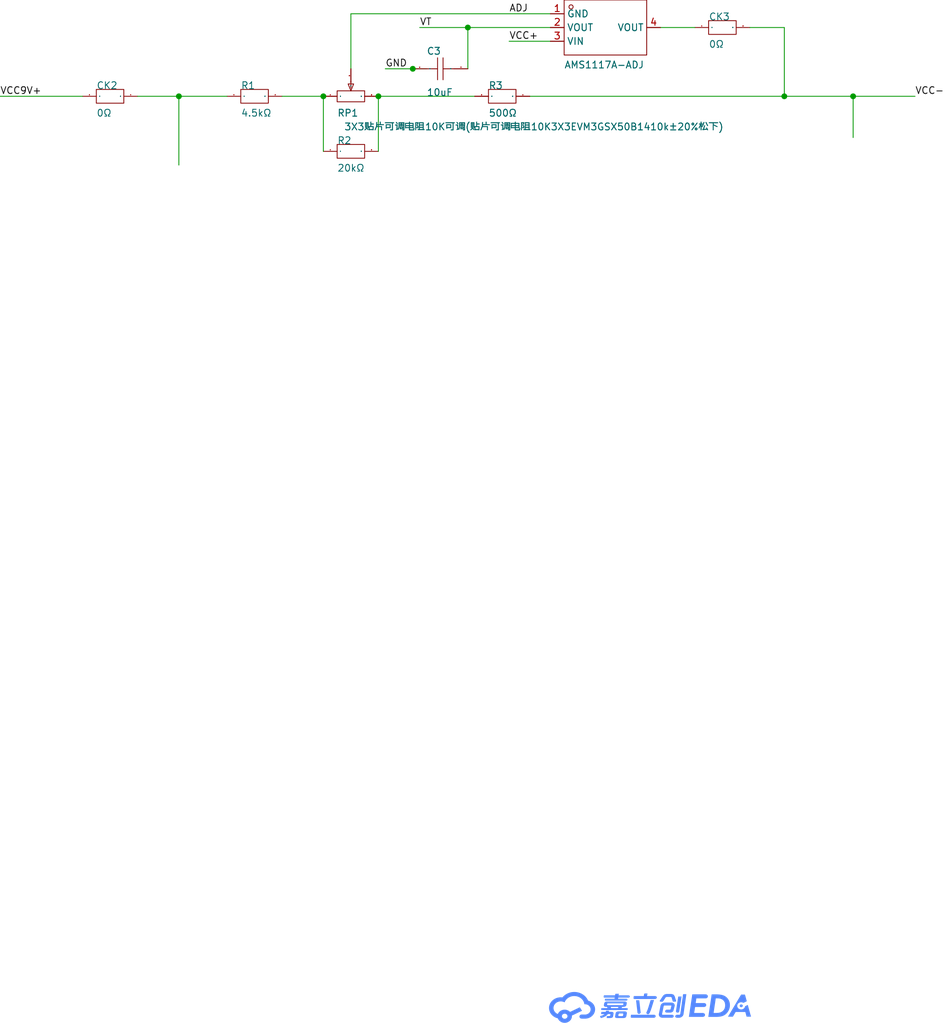
<source format=kicad_sch>
(kicad_sch
	(version 20231120)
	(generator "eeschema")
	(generator_version "8.0")
	(uuid "0b02258d-3f49-4341-8afe-ef2f32c26149")
	(paper "User" 174.65 188.824)
	(lib_symbols
		(symbol "Signal-blo-easyedapro:0Ω"
			(exclude_from_sim no)
			(in_bom yes)
			(on_board yes)
			(property "Reference" "U"
				(at 0 0 0)
				(effects
					(font
						(size 1.27 1.27)
					)
				)
			)
			(property "Value" ""
				(at 0 0 0)
				(effects
					(font
						(size 1.27 1.27)
					)
				)
			)
			(property "Footprint" "Signal-blo-easyedapro:R0603"
				(at 0 0 0)
				(effects
					(font
						(size 1.27 1.27)
					)
					(hide yes)
				)
			)
			(property "Datasheet" ""
				(at 0 0 0)
				(effects
					(font
						(size 1.27 1.27)
					)
					(hide yes)
				)
			)
			(property "Description" ""
				(at 0 0 0)
				(effects
					(font
						(size 1.27 1.27)
					)
					(hide yes)
				)
			)
			(property "Manufacturer Part" "0Ω"
				(at 0 0 0)
				(effects
					(font
						(size 1.27 1.27)
					)
					(hide yes)
				)
			)
			(property "Supplier Part" "C9900083234"
				(at 0 0 0)
				(effects
					(font
						(size 1.27 1.27)
					)
					(hide yes)
				)
			)
			(property "Supplier" "LCSC"
				(at 0 0 0)
				(effects
					(font
						(size 1.27 1.27)
					)
					(hide yes)
				)
			)
			(property "LCSC Part Name" "0Ω"
				(at 0 0 0)
				(effects
					(font
						(size 1.27 1.27)
					)
					(hide yes)
				)
			)
			(symbol "0Ω_1_0"
				(rectangle
					(start -2.54 -1.27)
					(end 2.54 1.27)
					(stroke
						(width 0)
						(type default)
					)
					(fill
						(type none)
					)
				)
				(pin unspecified line
					(at -5.08 0 0)
					(length 2.54)
					(name "1"
						(effects
							(font
								(size 0.0254 0.0254)
							)
						)
					)
					(number "1"
						(effects
							(font
								(size 0.0254 0.0254)
							)
						)
					)
				)
				(pin unspecified line
					(at 5.08 0 180)
					(length 2.54)
					(name "2"
						(effects
							(font
								(size 0.0254 0.0254)
							)
						)
					)
					(number "2"
						(effects
							(font
								(size 0.0254 0.0254)
							)
						)
					)
				)
			)
		)
		(symbol "Signal-blo-easyedapro:3X3贴片可调电阻10K可调(贴片可调电阻10K3X3EVM3GSX50B1410K±20%松下)"
			(exclude_from_sim no)
			(in_bom yes)
			(on_board yes)
			(property "Reference" "RP"
				(at 0 0 0)
				(effects
					(font
						(size 1.27 1.27)
					)
				)
			)
			(property "Value" ""
				(at 0 0 0)
				(effects
					(font
						(size 1.27 1.27)
					)
				)
			)
			(property "Footprint" "Signal-blo-easyedapro:RES-ADJ-SMD_3P-L3.0-W3.8-P1.75-BR"
				(at 0 0 0)
				(effects
					(font
						(size 1.27 1.27)
					)
					(hide yes)
				)
			)
			(property "Datasheet" ""
				(at 0 0 0)
				(effects
					(font
						(size 1.27 1.27)
					)
					(hide yes)
				)
			)
			(property "Description" ""
				(at 0 0 0)
				(effects
					(font
						(size 1.27 1.27)
					)
					(hide yes)
				)
			)
			(property "Manufacturer Part" "3X3贴片可调电阻10K可调(贴片可调电阻10K3X3EVM3GSX50B1410k±20%松下)"
				(at 0 0 0)
				(effects
					(font
						(size 1.27 1.27)
					)
					(hide yes)
				)
			)
			(property "Supplier Part" "C9900002171"
				(at 0 0 0)
				(effects
					(font
						(size 1.27 1.27)
					)
					(hide yes)
				)
			)
			(property "Supplier" "LCSC"
				(at 0 0 0)
				(effects
					(font
						(size 1.27 1.27)
					)
					(hide yes)
				)
			)
			(property "LCSC Part Name" "3X3贴片可调电阻10K可调(贴片可调电阻10K3X3EVM3GSX50B1410k±20%松下)"
				(at 0 0 0)
				(effects
					(font
						(size 1.27 1.27)
					)
					(hide yes)
				)
			)
			(symbol "3X3贴片可调电阻10K可调(贴片可调电阻10K3X3EVM3GSX50B1410K±20%松下)_1_0"
				(polyline
					(pts
						(xy 0 -1.016) (xy 0 0.254)
					)
					(stroke
						(width 0)
						(type default)
					)
					(fill
						(type none)
					)
				)
				(polyline
					(pts
						(xy 0 -1.524) (xy -0.508 -0.254) (xy -0.508 -0.254) (xy 0.508 -0.254) (xy 0.508 -0.254) (xy 0 -1.524)
					)
					(stroke
						(width 0)
						(type default)
					)
					(fill
						(type none)
					)
				)
				(polyline
					(pts
						(xy 2.54 -1.524) (xy -2.54 -1.524) (xy -2.54 -1.524) (xy -2.54 -3.556) (xy -2.54 -3.556) (xy 2.54 -3.556)
						(xy 2.54 -3.556) (xy 2.54 -1.524)
					)
					(stroke
						(width 0)
						(type default)
					)
					(fill
						(type none)
					)
				)
				(pin input line
					(at -5.08 -2.54 0)
					(length 2.54)
					(name "1"
						(effects
							(font
								(size 0.0254 0.0254)
							)
						)
					)
					(number "1"
						(effects
							(font
								(size 0.0254 0.0254)
							)
						)
					)
				)
				(pin input line
					(at 0 2.54 270)
					(length 2.54)
					(name "2"
						(effects
							(font
								(size 0.0254 0.0254)
							)
						)
					)
					(number "2"
						(effects
							(font
								(size 0.0254 0.0254)
							)
						)
					)
				)
				(pin input line
					(at 5.08 -2.54 180)
					(length 2.54)
					(name "3"
						(effects
							(font
								(size 0.0254 0.0254)
							)
						)
					)
					(number "3"
						(effects
							(font
								(size 0.0254 0.0254)
							)
						)
					)
				)
			)
		)
		(symbol "Signal-blo-easyedapro:AMS1117A-ADJ"
			(exclude_from_sim no)
			(in_bom yes)
			(on_board yes)
			(property "Reference" "U"
				(at 0 0 0)
				(effects
					(font
						(size 1.27 1.27)
					)
				)
			)
			(property "Value" ""
				(at 0 0 0)
				(effects
					(font
						(size 1.27 1.27)
					)
				)
			)
			(property "Footprint" "Signal-blo-easyedapro:SOT-223_L6.3-W3.5-P2.30-LS7.0-BR"
				(at 0 0 0)
				(effects
					(font
						(size 1.27 1.27)
					)
					(hide yes)
				)
			)
			(property "Datasheet" "https://atta.szlcsc.com/upload/public/pdf/source/20220408/BD3226BAC8A4B812F5CB2AD559ECEC03.pdf"
				(at 0 0 0)
				(effects
					(font
						(size 1.27 1.27)
					)
					(hide yes)
				)
			)
			(property "Description" ""
				(at 0 0 0)
				(effects
					(font
						(size 1.27 1.27)
					)
					(hide yes)
				)
			)
			(property "Manufacturer Part" "AMS1117A-ADJ"
				(at 0 0 0)
				(effects
					(font
						(size 1.27 1.27)
					)
					(hide yes)
				)
			)
			(property "Manufacturer" "HX(恒佳兴)"
				(at 0 0 0)
				(effects
					(font
						(size 1.27 1.27)
					)
					(hide yes)
				)
			)
			(property "Supplier Part" "C2984864"
				(at 0 0 0)
				(effects
					(font
						(size 1.27 1.27)
					)
					(hide yes)
				)
			)
			(property "Supplier" "LCSC"
				(at 0 0 0)
				(effects
					(font
						(size 1.27 1.27)
					)
					(hide yes)
				)
			)
			(property "LCSC Part Name" "AMS1117A-ADJ"
				(at 0 0 0)
				(effects
					(font
						(size 1.27 1.27)
					)
					(hide yes)
				)
			)
			(symbol "AMS1117A-ADJ_1_0"
				(rectangle
					(start -7.62 -5.08)
					(end 7.62 5.08)
					(stroke
						(width 0)
						(type default)
					)
					(fill
						(type none)
					)
				)
				(circle
					(center -6.35 3.81)
					(radius 0.381)
					(stroke
						(width 0)
						(type default)
					)
					(fill
						(type none)
					)
				)
				(pin unspecified line
					(at -10.16 2.54 0)
					(length 2.54)
					(name "GND"
						(effects
							(font
								(size 1.27 1.27)
							)
						)
					)
					(number "1"
						(effects
							(font
								(size 1.27 1.27)
							)
						)
					)
				)
				(pin unspecified line
					(at -10.16 0 0)
					(length 2.54)
					(name "VOUT"
						(effects
							(font
								(size 1.27 1.27)
							)
						)
					)
					(number "2"
						(effects
							(font
								(size 1.27 1.27)
							)
						)
					)
				)
				(pin unspecified line
					(at -10.16 -2.54 0)
					(length 2.54)
					(name "VIN"
						(effects
							(font
								(size 1.27 1.27)
							)
						)
					)
					(number "3"
						(effects
							(font
								(size 1.27 1.27)
							)
						)
					)
				)
				(pin unspecified line
					(at 10.16 0 180)
					(length 2.54)
					(name "VOUT"
						(effects
							(font
								(size 1.27 1.27)
							)
						)
					)
					(number "4"
						(effects
							(font
								(size 1.27 1.27)
							)
						)
					)
				)
			)
		)
		(symbol "Signal-blo-easyedapro:AR05ATB0500"
			(exclude_from_sim no)
			(in_bom yes)
			(on_board yes)
			(property "Reference" "R"
				(at 0 0 0)
				(effects
					(font
						(size 1.27 1.27)
					)
				)
			)
			(property "Value" ""
				(at 0 0 0)
				(effects
					(font
						(size 1.27 1.27)
					)
				)
			)
			(property "Footprint" "Signal-blo-easyedapro:"
				(at 0 0 0)
				(effects
					(font
						(size 1.27 1.27)
					)
					(hide yes)
				)
			)
			(property "Datasheet" ""
				(at 0 0 0)
				(effects
					(font
						(size 1.27 1.27)
					)
					(hide yes)
				)
			)
			(property "Description" ""
				(at 0 0 0)
				(effects
					(font
						(size 1.27 1.27)
					)
					(hide yes)
				)
			)
			(symbol "AR05ATB0500_1_0"
				(rectangle
					(start -2.54 1.27)
					(end 2.54 -1.27)
					(stroke
						(width 0)
						(type default)
					)
					(fill
						(type none)
					)
				)
				(pin unspecified line
					(at -5.08 0 0)
					(length 2.54)
					(name "1"
						(effects
							(font
								(size 0.0254 0.0254)
							)
						)
					)
					(number "1"
						(effects
							(font
								(size 0.0254 0.0254)
							)
						)
					)
				)
				(pin unspecified line
					(at 5.08 0 180)
					(length 2.54)
					(name "2"
						(effects
							(font
								(size 0.0254 0.0254)
							)
						)
					)
					(number "2"
						(effects
							(font
								(size 0.0254 0.0254)
							)
						)
					)
				)
			)
		)
		(symbol "Signal-blo-easyedapro:Drawing-Symbol_A4"
			(exclude_from_sim no)
			(in_bom yes)
			(on_board yes)
			(property "Reference" ""
				(at 0 0 0)
				(effects
					(font
						(size 1.27 1.27)
					)
				)
			)
			(property "Value" ""
				(at 0 0 0)
				(effects
					(font
						(size 1.27 1.27)
					)
				)
			)
			(property "Footprint" "Signal-blo-easyedapro:"
				(at 0 0 0)
				(effects
					(font
						(size 1.27 1.27)
					)
					(hide yes)
				)
			)
			(property "Datasheet" ""
				(at 0 0 0)
				(effects
					(font
						(size 1.27 1.27)
					)
					(hide yes)
				)
			)
			(property "Description" ""
				(at 0 0 0)
				(effects
					(font
						(size 1.27 1.27)
					)
					(hide yes)
				)
			)
			(symbol "Drawing-Symbol_A4_0_0"
				(polyline
					(pts
						(xy 146.9783 10.146) (xy 146.976 10.1327) (xy 146.973 10.1197) (xy 146.9695 10.1069) (xy 146.9653 10.0944)
						(xy 146.9605 10.082) (xy 146.9552 10.07) (xy 146.9493 10.0583) (xy 146.9428 10.0468) (xy 146.9358 10.0356)
						(xy 146.9283 10.0248) (xy 146.9203 10.0143) (xy 146.9118 10.0042) (xy 146.9029 9.9944) (xy 146.8935 9.985)
						(xy 146.8836 9.976) (xy 146.8733 9.9673) (xy 146.8627 9.9591) (xy 146.8516 9.9514) (xy 146.8402 9.9441)
						(xy 146.8284 9.9372) (xy 146.8163 9.9308) (xy 146.8038 9.9249) (xy 146.7911 9.9195) (xy 146.778 9.9146)
						(xy 146.7647 9.9102) (xy 146.7511 9.9064) (xy 146.7373 9.9031) (xy 146.7233 9.9004) (xy 146.709 9.8983)
						(xy 146.6945 9.8967) (xy 146.6799 9.8958) (xy 146.6651 9.8955) (xy 146.6547 9.8955) (xy 146.6398 9.8959)
						(xy 146.625 9.897) (xy 146.6102 9.899) (xy 146.5956 9.9016) (xy 146.5811 9.905) (xy 146.5668 9.9091)
						(xy 146.5528 9.9138) (xy 146.5391 9.9192) (xy 146.5256 9.9252) (xy 146.5125 9.9318) (xy 146.4999 9.939)
						(xy 146.4876 9.9467) (xy 146.4758 9.955) (xy 146.4646 9.9638) (xy 146.4539 9.973) (xy 146.4438 9.9828)
						(xy 146.434 9.9933) (xy 146.4249 10.0043) (xy 146.4166 10.0158) (xy 146.4089 10.0275) (xy 146.402 10.0397)
						(xy 146.3958 10.0521) (xy 146.3904 10.0648) (xy 146.3856 10.0777) (xy 146.3816 10.0907) (xy 146.3782 10.1039)
						(xy 146.3756 10.1173) (xy 146.3736 10.1306) (xy 146.3724 10.144) (xy 146.3718 10.1574) (xy 146.372 10.1707)
						(xy 146.3728 10.1839) (xy 146.7925 12.8714) (xy 147.4021 12.8714) (xy 146.9783 10.146)
					)
					(stroke
						(width -0.0001)
						(type solid)
					)
					(fill
						(type color)
						(color 85 136 255 1)
					)
				)
				(polyline
					(pts
						(xy 142.3185 12.2147) (xy 142.3164 12.209) (xy 142.2175 11.9012) (xy 142.1192 11.5812) (xy 141.9194 10.9313)
						(xy 141.8159 10.6145) (xy 141.7083 10.3119) (xy 141.5958 10.0302) (xy 141.5373 9.8992) (xy 141.4771 9.7759)
						(xy 141.4663 9.7575) (xy 141.4542 9.7399) (xy 141.4409 9.7233) (xy 141.4266 9.7077) (xy 141.4112 9.693)
						(xy 141.3948 9.6794) (xy 141.3775 9.667) (xy 141.3594 9.6556) (xy 141.3405 9.6454) (xy 141.321 9.6365)
						(xy 141.3008 9.6288) (xy 141.2801 9.6224) (xy 141.2589 9.6174) (xy 141.2373 9.6137) (xy 141.2154 9.6115)
						(xy 141.1932 9.6108) (xy 141.1838 9.6109) (xy 141.1744 9.6115) (xy 141.165 9.6123) (xy 141.1556 9.6134)
						(xy 141.1462 9.6148) (xy 141.1368 9.6164) (xy 141.1274 9.6182) (xy 141.118 9.6203) (xy 141.0867 9.6279)
						(xy 141.0732 9.6328) (xy 141.0602 9.6382) (xy 141.0476 9.6442) (xy 141.0355 9.6508) (xy 141.0239 9.6578)
						(xy 141.0127 9.6653) (xy 141.0021 9.6733) (xy 140.992 9.6817) (xy 140.9823 9.6905) (xy 140.9732 9.6998)
						(xy 140.9647 9.7094) (xy 140.9566 9.7194) (xy 140.9492 9.7297) (xy 140.9422 9.7404) (xy 140.9359 9.7514)
						(xy 140.9301 9.7626) (xy 140.9242 9.7755) (xy 140.9192 9.7886) (xy 140.9148 9.8019) (xy 140.9113 9.8153)
						(xy 140.9086 9.8289) (xy 140.9066 9.8425) (xy 140.9055 9.8561) (xy 140.9051 9.8698) (xy 140.9055 9.8835)
						(xy 140.9066 9.8972) (xy 140.9086 9.9108) (xy 140.9113 9.9243) (xy 140.9148 9.9378) (xy 140.9192 9.951)
						(xy 140.9242 9.9642) (xy 140.9301 9.9771) (xy 140.9842 10.088) (xy 141.0368 10.2068) (xy 141.1382 10.4644)
						(xy 141.2355 10.7434) (xy 141.3297 11.0373) (xy 141.5129 11.6433) (xy 141.604 11.9423) (xy 141.6963 12.2299)
						(xy 142.3226 12.2299) (xy 142.3185 12.2147)
					)
					(stroke
						(width -0.0001)
						(type solid)
					)
					(fill
						(type color)
						(color 85 136 255 1)
					)
				)
				(polyline
					(pts
						(xy 139.8445 9.9733) (xy 139.8455 9.9609) (xy 139.8459 9.9485) (xy 139.8456 9.9362) (xy 139.8447 9.9241)
						(xy 139.8432 9.912) (xy 139.841 9.9001) (xy 139.8383 9.8883) (xy 139.835 9.8766) (xy 139.8311 9.8652)
						(xy 139.8266 9.8539) (xy 139.8216 9.8428) (xy 139.816 9.8319) (xy 139.8099 9.8213) (xy 139.8033 9.8109)
						(xy 139.7962 9.8007) (xy 139.7886 9.7908) (xy 139.7806 9.7812) (xy 139.7721 9.7719) (xy 139.7631 9.763)
						(xy 139.7536 9.7543) (xy 139.7438 9.746) (xy 139.7335 9.738) (xy 139.7229 9.7304) (xy 139.7118 9.7232)
						(xy 139.7004 9.7164) (xy 139.6885 9.71) (xy 139.6764 9.704) (xy 139.6639 9.6985) (xy 139.651 9.6934)
						(xy 139.6379 9.6888) (xy 139.6244 9.6846) (xy 139.6107 9.681) (xy 139.6044 9.6791) (xy 139.5966 9.6778)
						(xy 139.5888 9.6766) (xy 139.5809 9.6756) (xy 139.5731 9.6748) (xy 139.5653 9.6742) (xy 139.5574 9.6738)
						(xy 139.5496 9.6735) (xy 139.5418 9.6734) (xy 139.5287 9.6736) (xy 139.5159 9.6744) (xy 139.5032 9.6756)
						(xy 139.4907 9.6772) (xy 139.4784 9.6794) (xy 139.4664 9.6819) (xy 139.4546 9.6849) (xy 139.443 9.6884)
						(xy 139.4316 9.6922) (xy 139.4206 9.6965) (xy 139.4098 9.7012) (xy 139.3993 9.7063) (xy 139.3891 9.7118)
						(xy 139.3792 9.7177) (xy 139.3696 9.724) (xy 139.3604 9.7306) (xy 139.3515 9.7376) (xy 139.343 9.7449)
						(xy 139.3349 9.7526) (xy 139.3271 9.7606) (xy 139.3197 9.769) (xy 139.3128 9.7776) (xy 139.3063 9.7866)
						(xy 139.3002 9.7959) (xy 139.2945 9.8055) (xy 139.2893 9.8154) (xy 139.2846 9.8255) (xy 139.2803 9.836)
						(xy 139.2765 9.8467) (xy 139.2733 9.8576) (xy 139.2705 9.8688) (xy 139.2683 9.8803) (xy 139.2683 9.8898)
						(xy 139.0011 12.1844) (xy 139.0011 12.1863) (xy 139.5919 12.1863) (xy 139.8445 9.9733)
					)
					(stroke
						(width -0.0001)
						(type solid)
					)
					(fill
						(type color)
						(color 85 136 255 1)
					)
				)
				(polyline
					(pts
						(xy 142.3562 9.5079) (xy 142.3709 9.5068) (xy 142.3853 9.505) (xy 142.3996 9.5024) (xy 142.4136 9.4992)
						(xy 142.4275 9.4953) (xy 142.4411 9.4907) (xy 142.4544 9.4855) (xy 142.4675 9.4797) (xy 142.4803 9.4733)
						(xy 142.4928 9.4662) (xy 142.5049 9.4586) (xy 142.5168 9.4505) (xy 142.5283 9.4418) (xy 142.5394 9.4326)
						(xy 142.5502 9.4229) (xy 142.5597 9.4123) (xy 142.5685 9.4014) (xy 142.5766 9.39) (xy 142.5841 9.3783)
						(xy 142.5909 9.3662) (xy 142.597 9.3538) (xy 142.6024 9.3412) (xy 142.6071 9.3282) (xy 142.611 9.315)
						(xy 142.6142 9.3016) (xy 142.6166 9.288) (xy 142.6183 9.2742) (xy 142.6192 9.2603) (xy 142.6193 9.2462)
						(xy 142.6185 9.2321) (xy 142.617 9.2179) (xy 142.6149 9.2046) (xy 142.6126 9.1915) (xy 142.6097 9.1787)
						(xy 142.6061 9.166) (xy 142.6019 9.1535) (xy 142.5971 9.1413) (xy 142.5917 9.1293) (xy 142.5858 9.1176)
						(xy 142.5793 9.1062) (xy 142.5722 9.0951) (xy 142.5647 9.0843) (xy 142.5567 9.0738) (xy 142.5482 9.0636)
						(xy 142.5392 9.0538) (xy 142.5298 9.0444) (xy 142.52 9.0353) (xy 142.5097 9.0267) (xy 142.4991 9.0184)
						(xy 142.4882 9.0106) (xy 142.4768 9.0032) (xy 142.4652 8.9963) (xy 142.4532 8.9899) (xy 142.4409 8.9839)
						(xy 142.4284 8.9784) (xy 142.4156 8.9735) (xy 142.4025 8.9691) (xy 142.3892 8.9652) (xy 142.3758 8.9618)
						(xy 142.3621 8.9591) (xy 142.3483 8.9569) (xy 142.3343 8.9554) (xy 142.3202 8.9544) (xy 142.3059 8.9541)
						(xy 138.1576 8.9541) (xy 138.1502 8.9543) (xy 138.143 8.9548) (xy 138.1358 8.9556) (xy 138.1288 8.9567)
						(xy 138.122 8.9582) (xy 138.1152 8.96) (xy 138.1087 8.962) (xy 138.1023 8.9643) (xy 138.0961 8.9669)
						(xy 138.09 8.9698) (xy 138.0842 8.9729) (xy 138.0785 8.9763) (xy 138.073 8.9799) (xy 138.0678 8.9837)
						(xy 138.0627 8.9878) (xy 138.0579 8.992) (xy 138.0533 8.9965) (xy 138.049 9.0012) (xy 138.0449 9.006)
						(xy 138.0411 9.011) (xy 138.0375 9.0162) (xy 138.0342 9.0215) (xy 138.0312 9.0269) (xy 138.0284 9.0326)
						(xy 138.026 9.0383) (xy 138.0238 9.0441) (xy 138.022 9.0501) (xy 138.0205 9.0562) (xy 138.0193 9.0623)
						(xy 138.0184 9.0686) (xy 138.0179 9.0749) (xy 138.0177 9.0812) (xy 138.0177 9.0831) (xy 138.0156 9.0831)
						(xy 138.0595 9.5083) (xy 142.3414 9.5083) (xy 142.3562 9.5079)
					)
					(stroke
						(width -0.0001)
						(type solid)
					)
					(fill
						(type color)
						(color 85 136 255 1)
					)
				)
				(polyline
					(pts
						(xy 159.4399 12.0041) (xy 158.8178 11.6928) (xy 158.7955 11.7067) (xy 158.7727 11.7197) (xy 158.7492 11.732)
						(xy 158.7252 11.7435) (xy 158.7007 11.7542) (xy 158.6757 11.764) (xy 158.6501 11.773) (xy 158.6241 11.7811)
						(xy 158.5977 11.7883) (xy 158.5708 11.7946) (xy 158.5436 11.7999) (xy 158.5159 11.8044) (xy 158.488 11.8078)
						(xy 158.4597 11.8103) (xy 158.4311 11.8119) (xy 158.4023 11.8124) (xy 158.3649 11.8115) (xy 158.3281 11.809)
						(xy 158.2917 11.8048) (xy 158.256 11.7989) (xy 158.2209 11.7916) (xy 158.1864 11.7826) (xy 158.1527 11.7723)
						(xy 158.1197 11.7604) (xy 158.0875 11.7472) (xy 158.0562 11.7326) (xy 158.0257 11.7167) (xy 157.9963 11.6995)
						(xy 157.9678 11.681) (xy 157.9403 11.6614) (xy 157.914 11.6407) (xy 157.8887 11.6188) (xy 157.8647 11.5958)
						(xy 157.8418 11.5719) (xy 157.8202 11.5469) (xy 157.8 11.521) (xy 157.781 11.4942) (xy 157.7635 11.4666)
						(xy 157.7475 11.4381) (xy 157.7329 11.4088) (xy 157.7199 11.3788) (xy 157.7085 11.3482) (xy 157.6987 11.3168)
						(xy 157.6905 11.2849) (xy 157.6842 11.2524) (xy 157.6795 11.2194) (xy 157.6767 11.1858) (xy 157.6758 11.1519)
						(xy 157.6767 11.1179) (xy 157.6795 11.0844) (xy 157.6842 11.0514) (xy 157.6905 11.0189) (xy 157.6987 10.987)
						(xy 157.7085 10.9556) (xy 157.7199 10.9249) (xy 157.7329 10.895) (xy 157.7475 10.8657) (xy 157.7635 10.8372)
						(xy 157.781 10.8096) (xy 157.8 10.7828) (xy 157.8202 10.7569) (xy 157.8418 10.7319) (xy 157.8647 10.7079)
						(xy 157.8887 10.685) (xy 157.914 10.6631) (xy 157.9403 10.6424) (xy 157.9678 10.6227) (xy 157.9963 10.6043)
						(xy 158.0257 10.5871) (xy 158.0562 10.5712) (xy 158.0875 10.5566) (xy 158.1197 10.5434) (xy 158.1527 10.5315)
						(xy 158.1864 10.5211) (xy 158.2209 10.5122) (xy 158.256 10.5048) (xy 158.2917 10.499) (xy 158.3281 10.4948)
						(xy 158.3649 10.4923) (xy 158.4023 10.4914) (xy 158.4371 10.4922) (xy 158.4715 10.4944) (xy 158.5055 10.4981)
						(xy 158.5389 10.5031) (xy 158.5718 10.5096) (xy 158.6042 10.5174) (xy 158.6359 10.5265) (xy 158.6669 10.5369)
						(xy 158.6973 10.5485) (xy 158.727 10.5613) (xy 158.7559 10.5753) (xy 158.7841 10.5904) (xy 158.8114 10.6066)
						(xy 158.8378 10.6239) (xy 158.8634 10.6422) (xy 158.888 10.6615) (xy 158.9116 10.6818) (xy 158.9342 10.703)
						(xy 158.9558 10.7251) (xy 158.9763 10.748) (xy 158.9957 10.7718) (xy 159.0139 10.7964) (xy 159.0309 10.8217)
						(xy 159.0467 10.8477) (xy 159.0613 10.8744) (xy 159.0745 10.9018) (xy 159.0864 10.9298) (xy 159.097 10.9584)
						(xy 159.1061 10.9875) (xy 159.1138 11.0172) (xy 159.12 11.0473) (xy 159.1247 11.0779) (xy 159.6257 11.3284)
						(xy 160.2249 9.1534) (xy 159.4065 9.1534) (xy 159.1685 10.0207) (xy 157.3877 10.0207) (xy 156.8783 9.1534)
						(xy 155.9701 9.1534) (xy 158.394 13.232) (xy 159.1038 13.232) (xy 159.4399 12.0041)
					)
					(stroke
						(width -0.0001)
						(type solid)
					)
					(fill
						(type color)
						(color 85 136 255 1)
					)
				)
				(polyline
					(pts
						(xy 158.4338 11.4201) (xy 158.4481 11.419) (xy 158.4622 11.4172) (xy 158.476 11.4148) (xy 158.4896 11.4118)
						(xy 158.5029 11.4082) (xy 158.516 11.4041) (xy 158.5287 11.3994) (xy 158.5412 11.3941) (xy 158.5532 11.3883)
						(xy 158.565 11.3821) (xy 158.5763 11.3753) (xy 158.5873 11.368) (xy 158.5979 11.3603) (xy 158.608 11.3522)
						(xy 158.6177 11.3436) (xy 158.6269 11.3346) (xy 158.6357 11.3252) (xy 158.6439 11.3155) (xy 158.6516 11.3053)
						(xy 158.6589 11.2949) (xy 158.6655 11.2841) (xy 158.6716 11.273) (xy 158.6771 11.2616) (xy 158.682 11.2499)
						(xy 158.6863 11.2379) (xy 158.69 11.2258) (xy 158.693 11.2133) (xy 158.6953 11.2007) (xy 158.6969 11.1878)
						(xy 158.6979 11.1748) (xy 158.6981 11.1616) (xy 158.6976 11.1485) (xy 158.6963 11.1355) (xy 158.6944 11.1227)
						(xy 158.6918 11.1101) (xy 158.6885 11.0977) (xy 158.6845 11.0856) (xy 158.68 11.0737) (xy 158.6748 11.0621)
						(xy 158.669 11.0508) (xy 158.6627 11.0398) (xy 158.6557 11.0292) (xy 158.6483 11.0189) (xy 158.6403 11.0089)
						(xy 158.6318 10.9993) (xy 158.6229 10.9901) (xy 158.6134 10.9813) (xy 158.6035 10.9729) (xy 158.5932 10.9649)
						(xy 158.5825 10.9574) (xy 158.5714 10.9504) (xy 158.5598 10.9438) (xy 158.548 10.9378) (xy 158.5358 10.9322)
						(xy 158.5232 10.9272) (xy 158.5104 10.9228) (xy 158.4972 10.9189) (xy 158.4838 10.9156) (xy 158.4701 10.9128)
						(xy 158.4562 10.9107) (xy 158.4421 10.9092) (xy 158.4278 10.9084) (xy 158.4133 10.9082) (xy 158.3988 10.9086)
						(xy 158.3845 10.9098) (xy 158.3704 10.9115) (xy 158.3565 10.9139) (xy 158.3429 10.9169) (xy 158.3296 10.9205)
						(xy 158.3166 10.9247) (xy 158.3038 10.9294) (xy 158.2914 10.9346) (xy 158.2793 10.9404) (xy 158.2676 10.9467)
						(xy 158.2562 10.9534) (xy 158.2453 10.9607) (xy 158.2347 10.9684) (xy 158.2246 10.9766) (xy 158.2149 10.9851)
						(xy 158.2057 10.9941) (xy 158.1969 11.0035) (xy 158.1887 11.0133) (xy 158.1809 11.0234) (xy 158.1737 11.0338)
						(xy 158.1671 11.0446) (xy 158.161 11.0557) (xy 158.1554 11.0672) (xy 158.1505 11.0788) (xy 158.1462 11.0908)
						(xy 158.1426 11.103) (xy 158.1396 11.1154) (xy 158.1373 11.128) (xy 158.1356 11.1409) (xy 158.1347 11.1539)
						(xy 158.1345 11.1671) (xy 158.135 11.1803) (xy 158.1362 11.1933) (xy 158.1382 11.2061) (xy 158.1408 11.2187)
						(xy 158.1441 11.231) (xy 158.148 11.2432) (xy 158.1526 11.255) (xy 158.1578 11.2666) (xy 158.1636 11.2779)
						(xy 158.1699 11.2889) (xy 158.1768 11.2995) (xy 158.1843 11.3099) (xy 158.1922 11.3198) (xy 158.2007 11.3294)
						(xy 158.2097 11.3386) (xy 158.2191 11.3474) (xy 158.229 11.3558) (xy 158.2393 11.3638) (xy 158.2501 11.3713)
						(xy 158.2612 11.3783) (xy 158.2727 11.3849) (xy 158.2846 11.3909) (xy 158.2968 11.3965) (xy 158.3093 11.4015)
						(xy 158.3222 11.4059) (xy 158.3353 11.4099) (xy 158.3488 11.4132) (xy 158.3624 11.4159) (xy 158.3763 11.418)
						(xy 158.3905 11.4195) (xy 158.4048 11.4204) (xy 158.4193 11.4206) (xy 158.4338 11.4201)
					)
					(stroke
						(width -0.0001)
						(type solid)
					)
					(fill
						(type color)
						(color 85 136 255 1)
					)
				)
				(polyline
					(pts
						(xy 147.7653 9.6354) (xy 147.7561 9.5831) (xy 147.7432 9.532) (xy 147.7269 9.4824) (xy 147.7072 9.4344)
						(xy 147.6842 9.388) (xy 147.6581 9.3433) (xy 147.6288 9.3005) (xy 147.5965 9.2597) (xy 147.5613 9.2208)
						(xy 147.5233 9.1842) (xy 147.4825 9.1497) (xy 147.4392 9.1177) (xy 147.3933 9.088) (xy 147.3449 9.0609)
						(xy 147.2942 9.0365) (xy 147.2413 9.0148) (xy 147.2236 9.0073) (xy 147.2058 9.0002) (xy 147.1878 8.9937)
						(xy 147.1696 8.9877) (xy 147.1512 8.9822) (xy 147.1326 8.9773) (xy 147.1139 8.9728) (xy 147.0949 8.9688)
						(xy 147.0757 8.9653) (xy 147.0563 8.9623) (xy 147.0366 8.9598) (xy 147.0167 8.9577) (xy 146.9966 8.9561)
						(xy 146.9761 8.955) (xy 146.9554 8.9543) (xy 146.9344 8.9541) (xy 146.519 8.9541) (xy 146.5041 8.9545)
						(xy 146.4893 8.9557) (xy 146.4745 8.9576) (xy 146.4599 8.9603) (xy 146.4454 8.9636) (xy 146.4311 8.9677)
						(xy 146.4171 8.9724) (xy 146.4034 8.9778) (xy 146.3899 8.9838) (xy 146.3768 8.9904) (xy 146.3642 8.9976)
						(xy 146.3519 9.0053) (xy 146.3401 9.0136) (xy 146.3289 9.0224) (xy 146.3182 9.0317) (xy 146.3081 9.0414)
						(xy 146.2986 9.0519) (xy 146.2898 9.0628) (xy 146.2817 9.0741) (xy 146.2742 9.0857) (xy 146.2674 9.0976)
						(xy 146.2613 9.1098) (xy 146.2559 9.1223) (xy 146.2512 9.1351) (xy 146.2473 9.1481) (xy 146.2441 9.1614)
						(xy 146.2416 9.1748) (xy 146.24 9.1885) (xy 146.2391 9.2023) (xy 146.239 9.2162) (xy 146.2397 9.2303)
						(xy 146.2413 9.2445) (xy 146.2434 9.254) (xy 146.2457 9.267) (xy 146.2486 9.2799) (xy 146.2523 9.2926)
						(xy 146.2565 9.305) (xy 146.2613 9.3173) (xy 146.2668 9.3292) (xy 146.2728 9.3409) (xy 146.2794 9.3524)
						(xy 146.2865 9.3635) (xy 146.2941 9.3743) (xy 146.3023 9.3848) (xy 146.3109 9.3949) (xy 146.32 9.4047)
						(xy 146.3295 9.4142) (xy 146.3395 9.4232) (xy 146.3499 9.4319) (xy 146.3606 9.4401) (xy 146.3717 9.448)
						(xy 146.3832 9.4553) (xy 146.3951 9.4622) (xy 146.4072 9.4687) (xy 146.4197 9.4747) (xy 146.4324 9.4801)
						(xy 146.4454 9.4851) (xy 146.4586 9.4895) (xy 146.4721 9.4934) (xy 146.4857 9.4967) (xy 146.4996 9.4995)
						(xy 146.5136 9.5016) (xy 146.5278 9.5032) (xy 146.5421 9.5042) (xy 146.5565 9.5045) (xy 146.972 9.5045)
						(xy 146.9813 9.5047) (xy 146.9903 9.5052) (xy 146.9991 9.5061) (xy 147.0077 9.5074) (xy 147.0162 9.509)
						(xy 147.0244 9.511) (xy 147.0325 9.5134) (xy 147.0404 9.5161) (xy 147.0481 9.5192) (xy 147.0557 9.5227)
						(xy 147.0632 9.5266) (xy 147.0706 9.5309) (xy 147.0779 9.5356) (xy 147.0851 9.5406) (xy 147.0923 9.5461)
						(xy 147.0993 9.5519) (xy 147.1066 9.5591) (xy 147.1135 9.5665) (xy 147.1201 9.574) (xy 147.1263 9.5816)
						(xy 147.1321 9.5894) (xy 147.1376 9.5972) (xy 147.1427 9.6052) (xy 147.1474 9.6131) (xy 147.1517 9.6212)
						(xy 147.1556 9.6292) (xy 147.1591 9.6373) (xy 147.1622 9.6453) (xy 147.1649 9.6534) (xy 147.1671 9.6614)
						(xy 147.1689 9.6693) (xy 147.1703 9.6772) (xy 147.686 13.3098) (xy 148.2893 13.3098) (xy 147.7653 9.6354)
					)
					(stroke
						(width -0.0001)
						(type solid)
					)
					(fill
						(type color)
						(color 85 136 255 1)
					)
				)
				(polyline
					(pts
						(xy 141.0303 12.9587) (xy 142.5439 12.9587) (xy 142.5599 12.9584) (xy 142.5756 12.9573) (xy 142.5911 12.9555)
						(xy 142.6063 12.9531) (xy 142.6212 12.9499) (xy 142.6358 12.946) (xy 142.6501 12.9414) (xy 142.664 12.9362)
						(xy 142.6775 12.9302) (xy 142.6906 12.9236) (xy 142.7032 12.9163) (xy 142.7154 12.9083) (xy 142.7271 12.8996)
						(xy 142.7382 12.8902) (xy 142.7489 12.8802) (xy 142.759 12.8695) (xy 142.7684 12.859) (xy 142.7772 12.8481)
						(xy 142.7852 12.8368) (xy 142.7926 12.8252) (xy 142.7992 12.8133) (xy 142.8051 12.801) (xy 142.8103 12.7884)
						(xy 142.8148 12.7756) (xy 142.8185 12.7625) (xy 142.8216 12.7491) (xy 142.8238 12.7355) (xy 142.8253 12.7217)
						(xy 142.8261 12.7076) (xy 142.826 12.6934) (xy 142.8252 12.6791) (xy 142.8237 12.6645) (xy 142.8237 12.6607)
						(xy 142.8214 12.6477) (xy 142.8185 12.6348) (xy 142.8149 12.6222) (xy 142.8107 12.6098) (xy 142.806 12.5977)
						(xy 142.8006 12.5858) (xy 142.7947 12.5742) (xy 142.7883 12.5629) (xy 142.7813 12.552) (xy 142.7738 12.5413)
						(xy 142.7657 12.531) (xy 142.7573 12.521) (xy 142.7483 12.5113) (xy 142.7389 12.5021) (xy 142.729 12.4932)
						(xy 142.7188 12.4847) (xy 142.7081 12.4766) (xy 142.697 12.469) (xy 142.6856 12.4618) (xy 142.6738 12.4551)
						(xy 142.6617 12.4488) (xy 142.6493 12.443) (xy 142.6365 12.4376) (xy 142.6235 12.4328) (xy 142.6101 12.4285)
						(xy 142.5965 12.4248) (xy 142.5827 12.4215) (xy 142.5687 12.4189) (xy 142.5544 12.4168) (xy 142.54 12.4152)
						(xy 142.5253 12.4143) (xy 142.5105 12.414) (xy 138.6733 12.414) (xy 138.6733 12.4159) (xy 138.6661 12.4163)
						(xy 138.659 12.4169) (xy 138.652 12.4179) (xy 138.6452 12.4191) (xy 138.6385 12.4207) (xy 138.6319 12.4225)
						(xy 138.6254 12.4246) (xy 138.6192 12.427) (xy 138.613 12.4296) (xy 138.6071 12.4325) (xy 138.6013 12.4356)
						(xy 138.5957 12.439) (xy 138.5903 12.4426) (xy 138.5852 12.4464) (xy 138.5802 12.4504) (xy 138.5754 12.4546)
						(xy 138.5709 12.459) (xy 138.5666 12.4636) (xy 138.5625 12.4684) (xy 138.5587 12.4733) (xy 138.5552 12.4784)
						(xy 138.5519 12.4837) (xy 138.5489 12.4891) (xy 138.5462 12.4946) (xy 138.5437 12.5003) (xy 138.5416 12.5061)
						(xy 138.5398 12.512) (xy 138.5382 12.5181) (xy 138.5371 12.5242) (xy 138.5362 12.5304) (xy 138.5357 12.5367)
						(xy 138.5355 12.5431) (xy 138.5355 12.5499) (xy 138.5356 12.5531) (xy 138.5358 12.5561) (xy 138.536 12.5591)
						(xy 138.5362 12.5606) (xy 138.5364 12.562) (xy 138.5366 12.5635) (xy 138.5369 12.5649) (xy 138.5372 12.5663)
						(xy 138.5376 12.5677) (xy 138.5772 12.9568) (xy 140.4228 12.9587) (xy 140.4917 13.325) (xy 140.4926 13.331)
						(xy 140.4938 13.3369) (xy 140.4953 13.3427) (xy 140.4971 13.3484) (xy 140.4991 13.3539) (xy 140.5014 13.3593)
						(xy 140.5039 13.3646) (xy 140.5067 13.3697) (xy 140.5097 13.3747) (xy 140.513 13.3796) (xy 140.5165 13.3843)
						(xy 140.5201 13.3888) (xy 140.524 13.3932) (xy 140.5281 13.3974) (xy 140.5324 13.4014) (xy 140.5368 13.4052)
						(xy 140.5415 13.4089) (xy 140.5463 13.4123) (xy 140.5513 13.4155) (xy 140.5564 13.4186) (xy 140.5617 13.4214)
						(xy 140.5671 13.424) (xy 140.5726 13.4264) (xy 140.5783 13.4286) (xy 140.5841 13.4305) (xy 140.59 13.4322)
						(xy 140.596 13.4336) (xy 140.6021 13.4348) (xy 140.6083 13.4358) (xy 140.6146 13.4365) (xy 140.621 13.4369)
						(xy 140.6274 13.437) (xy 141.1097 13.437) (xy 141.0303 12.9587)
					)
					(stroke
						(width -0.0001)
						(type solid)
					)
					(fill
						(type color)
						(color 85 136 255 1)
					)
				)
				(polyline
					(pts
						(xy 133.9675 10.0549) (xy 134.4623 10.0549) (xy 134.4906 10.0545) (xy 134.5177 10.0533) (xy 134.5438 10.0514)
						(xy 134.5687 10.0486) (xy 134.5926 10.0451) (xy 134.6154 10.0408) (xy 134.6372 10.0357) (xy 134.6578 10.0297)
						(xy 134.6774 10.023) (xy 134.6959 10.0155) (xy 134.7134 10.0072) (xy 134.7298 9.998) (xy 134.7451 9.9881)
						(xy 134.7593 9.9773) (xy 134.7725 9.9657) (xy 134.7846 9.9533) (xy 134.7957 9.9401) (xy 134.8057 9.9261)
						(xy 134.8147 9.9112) (xy 134.8226 9.8955) (xy 134.8294 9.8789) (xy 134.8352 9.8616) (xy 134.84 9.8433)
						(xy 134.8437 9.8243) (xy 134.8464 9.8044) (xy 134.848 9.7836) (xy 134.8486 9.762) (xy 134.8482 9.7396)
						(xy 134.8467 9.7162) (xy 134.8442 9.6921) (xy 134.8406 9.667) (xy 134.836 9.6411) (xy 134.7692 9.2881)
						(xy 134.7663 9.2625) (xy 134.7626 9.2379) (xy 134.758 9.2143) (xy 134.7527 9.1918) (xy 134.7465 9.1702)
						(xy 134.7394 9.1496) (xy 134.7315 9.1299) (xy 134.7228 9.1112) (xy 134.7131 9.0934) (xy 134.7026 9.0765)
						(xy 134.6912 9.0605) (xy 134.6788 9.0454) (xy 134.6655 9.0311) (xy 134.6513 9.0177) (xy 134.6361 9.0051)
						(xy 134.62 8.9932) (xy 134.6028 8.9822) (xy 134.5847 8.9719) (xy 134.5656 8.9624) (xy 134.5455 8.9536)
						(xy 134.5243 8.9455) (xy 134.5021 8.9381) (xy 134.4788 8.9314) (xy 134.4545 8.9254) (xy 134.4291 8.92)
						(xy 134.4026 8.9153) (xy 134.3463 8.9076) (xy 134.2856 8.9022) (xy 134.2202 8.899) (xy 133.5938 8.899)
						(xy 133.5938 9.2634) (xy 133.9822 9.2634) (xy 134.0112 9.264) (xy 134.0381 9.2657) (xy 134.063 9.2685)
						(xy 134.086 9.2723) (xy 134.107 9.2771) (xy 134.1262 9.2829) (xy 134.1438 9.2896) (xy 134.1596 9.2971)
						(xy 134.1739 9.3056) (xy 134.1867 9.3148) (xy 134.1981 9.3248) (xy 134.2082 9.3355) (xy 134.2171 9.3469)
						(xy 134.2247 9.359) (xy 134.2313 9.3717) (xy 134.2369 9.3849) (xy 134.264 9.495) (xy 134.2663 9.5039)
						(xy 134.268 9.5126) (xy 134.2692 9.521) (xy 134.2698 9.5291) (xy 134.2698 9.5369) (xy 134.2694 9.5444)
						(xy 134.2683 9.5517) (xy 134.2667 9.5587) (xy 134.2646 9.5654) (xy 134.2619 9.5718) (xy 134.2587 9.5779)
						(xy 134.2549 9.5838) (xy 134.2506 9.5893) (xy 134.2457 9.5946) (xy 134.2402 9.5996) (xy 134.2343 9.6044)
						(xy 134.2277 9.6088) (xy 134.2206 9.613) (xy 134.213 9.6168) (xy 134.2048 9.6204) (xy 134.1961 9.6237)
						(xy 134.1868 9.6267) (xy 134.1769 9.6295) (xy 134.1665 9.6319) (xy 134.1556 9.6341) (xy 134.1441 9.6359)
						(xy 134.1321 9.6375) (xy 134.1195 9.6388) (xy 134.1063 9.6398) (xy 134.0926 9.6406) (xy 134.0784 9.641)
						(xy 134.0636 9.6411) (xy 133.7964 9.6411) (xy 133.747 9.5746) (xy 133.6944 9.5116) (xy 133.6383 9.4519)
						(xy 133.5785 9.3953) (xy 133.5148 9.3416) (xy 133.4471 9.2906) (xy 133.375 9.2422) (xy 133.2984 9.1961)
						(xy 133.2172 9.1521) (xy 133.131 9.11) (xy 133.0398 9.0698) (xy 132.9432 9.031) (xy 132.8411 8.9936)
						(xy 132.7334 8.9574) (xy 132.6197 8.9221) (xy 132.4999 8.8877) (xy 132.3391 9.2521) (xy 132.4883 9.2951)
						(xy 132.6174 9.3348) (xy 132.6756 9.3541) (xy 132.7302 9.3734) (xy 132.7817 9.393) (xy 132.8305 9.4131)
						(xy 132.8772 9.4342) (xy 132.9221 9.4564) (xy 132.9658 9.48) (xy 133.0088 9.5053) (xy 133.0515 9.5327)
						(xy 133.0943 9.5624) (xy 133.1379 9.5946) (xy 133.1826 9.6297) (xy 132.5416 9.6297) (xy 132.6084 10.0435)
						(xy 133.3976 10.0435) (xy 133.3977 10.0461) (xy 133.3982 10.0495) (xy 133.3989 10.0537) (xy 133.4 10.0587)
						(xy 133.403 10.0709) (xy 133.4073 10.0857) (xy 133.4099 10.094) (xy 133.4128 10.1028) (xy 133.416 10.1122)
						(xy 133.4196 10.122) (xy 133.4235 10.1322) (xy 133.4278 10.1428) (xy 133.4323 10.1537) (xy 133.4373 10.165)
						(xy 133.4386 10.1696) (xy 133.4401 10.1741) (xy 133.4419 10.1785) (xy 133.4438 10.1828) (xy 133.446 10.187)
						(xy 133.4484 10.1912) (xy 133.451 10.1952) (xy 133.4538 10.1991) (xy 133.4568 10.2029) (xy 133.46 10.2066)
						(xy 133.4633 10.2102) (xy 133.4668 10.2137) (xy 133.4704 10.217) (xy 133.4742 10.2202) (xy 133.4781 10.2233)
						(xy 133.4822 10.2262) (xy 133.4863 10.2289) (xy 133.4906 10.2316) (xy 133.495 10.234) (xy 133.4995 10.2364)
						(xy 133.5041 10.2385) (xy 133.5087 10.2405) (xy 133.5135 10.2423) (xy 133.5183 10.244) (xy 133.5232 10.2454)
						(xy 133.5281 10.2467) (xy 133.5331 10.2478) (xy 133.5381 10.2487) (xy 133.5431 10.2494) (xy 133.5482 10.25)
						(xy 133.5533 10.2503) (xy 133.5584 10.2504) (xy 134.026 10.2504) (xy 133.9675 10.0549)
					)
					(stroke
						(width -0.0001)
						(type solid)
					)
					(fill
						(type color)
						(color 85 136 255 1)
					)
				)
				(polyline
					(pts
						(xy 153.8138 13.2729) (xy 153.9352 13.2704) (xy 154.0526 13.2662) (xy 154.1658 13.2602) (xy 154.275 13.2526)
						(xy 154.38 13.2433) (xy 154.481 13.2322) (xy 154.5778 13.2195) (xy 154.6706 13.205) (xy 154.7593 13.1888)
						(xy 154.844 13.1709) (xy 154.9245 13.1513) (xy 155.001 13.1299) (xy 155.0734 13.1069) (xy 155.1417 13.0821)
						(xy 155.206 13.0555) (xy 155.2675 13.0271) (xy 155.3276 12.9968) (xy 155.3863 12.9645) (xy 155.4435 12.9303)
						(xy 155.4993 12.894) (xy 155.5537 12.8559) (xy 155.6066 12.8158) (xy 155.658 12.7737) (xy 155.7079 12.7296)
						(xy 155.7564 12.6836) (xy 155.8034 12.6357) (xy 155.8489 12.5858) (xy 155.893 12.5339) (xy 155.9355 12.4801)
						(xy 155.9765 12.4243) (xy 156.016 12.3666) (xy 156.0536 12.3073) (xy 156.0887 12.2469) (xy 156.1215 12.1854)
						(xy 156.1518 12.1228) (xy 156.1798 12.059) (xy 156.2053 11.9941) (xy 156.2284 11.9281) (xy 156.2491 11.861)
						(xy 156.2673 11.7927) (xy 156.2832 11.7233) (xy 156.2966 11.6528) (xy 156.3076 11.5811) (xy 156.3161 11.5083)
						(xy 156.3222 11.4343) (xy 156.3259 11.3591) (xy 156.3271 11.2828) (xy 156.3258 11.2049) (xy 156.322 11.1277)
						(xy 156.3156 11.0512) (xy 156.3066 10.9754) (xy 156.2951 10.9004) (xy 156.281 10.826) (xy 156.2642 10.7524)
						(xy 156.2449 10.6795) (xy 156.2229 10.6074) (xy 156.1983 10.536) (xy 156.1711 10.4653) (xy 156.1413 10.3954)
						(xy 156.1087 10.3262) (xy 156.0735 10.2578) (xy 156.0357 10.1901) (xy 155.9952 10.1232) (xy 155.9533 10.0585)
						(xy 155.9101 9.996) (xy 155.8655 9.9357) (xy 155.8195 9.8777) (xy 155.772 9.8218) (xy 155.7232 9.7682)
						(xy 155.673 9.7169) (xy 155.6214 9.6677) (xy 155.5685 9.6208) (xy 155.5142 9.5761) (xy 155.4585 9.5336)
						(xy 155.4015 9.4933) (xy 155.3432 9.4553) (xy 155.2835 9.4195) (xy 155.2224 9.3859) (xy 155.1601 9.3545)
						(xy 155.0955 9.3252) (xy 155.0279 9.2978) (xy 154.9573 9.2722) (xy 154.8837 9.2485) (xy 154.807 9.2267)
						(xy 154.7272 9.2068) (xy 154.6444 9.1887) (xy 154.5585 9.1726) (xy 154.4696 9.1583) (xy 154.3776 9.1459)
						(xy 154.2826 9.1355) (xy 154.1845 9.1269) (xy 154.0833 9.1202) (xy 153.979 9.1154) (xy 153.8717 9.1126)
						(xy 153.7613 9.1116) (xy 152.3375 9.1116) (xy 152.4471 9.8404) (xy 153.3124 9.8404) (xy 153.5964 9.8404)
						(xy 153.7543 9.8421) (xy 153.9009 9.8471) (xy 153.9699 9.8508) (xy 154.0361 9.8552) (xy 154.0995 9.8605)
						(xy 154.16 9.8665) (xy 154.2177 9.8733) (xy 154.2726 9.8808) (xy 154.3246 9.8891) (xy 154.3738 9.8981)
						(xy 154.4201 9.9078) (xy 154.4636 9.9182) (xy 154.5043 9.9292) (xy 154.5421 9.941) (xy 154.5931 9.9592)
						(xy 154.6428 9.9791) (xy 154.6912 10.0005) (xy 154.7382 10.0236) (xy 154.784 10.0482) (xy 154.8284 10.0745)
						(xy 154.8716 10.1023) (xy 154.9134 10.1318) (xy 154.954 10.1628) (xy 154.9933 10.1955) (xy 155.0312 10.2297)
						(xy 155.0679 10.2656) (xy 155.1033 10.303) (xy 155.1374 10.3421) (xy 155.1703 10.3827) (xy 155.2018 10.425)
						(xy 155.2318 10.4683) (xy 155.2598 10.5129) (xy 155.286 10.5587) (xy 155.3101 10.6057) (xy 155.3324 10.654)
						(xy 155.3527 10.7035) (xy 155.371 10.7543) (xy 155.3874 10.8062) (xy 155.4017 10.8594) (xy 155.4141 10.9138)
						(xy 155.4245 10.9695) (xy 155.4329 11.0263) (xy 155.4392 11.0844) (xy 155.4435 11.1436) (xy 155.4458 11.2041)
						(xy 155.4461 11.2658) (xy 155.4454 11.3169) (xy 155.4433 11.3669) (xy 155.4399 11.416) (xy 155.4351 11.464)
						(xy 155.429 11.5109) (xy 155.4214 11.5569) (xy 155.4125 11.6017) (xy 155.4022 11.6456) (xy 155.3906 11.6884)
						(xy 155.3776 11.7302) (xy 155.3632 11.7709) (xy 155.3474 11.8105) (xy 155.3303 11.8491) (xy 155.3118 11.8866)
						(xy 155.2919 11.9231) (xy 155.2707 11.9585) (xy 155.2482 11.9929) (xy 155.2246 12.0262) (xy 155.1999 12.0586)
						(xy 155.1741 12.0899) (xy 155.1471 12.1202) (xy 155.119 12.1495) (xy 155.0899 12.1779) (xy 155.0596 12.2052)
						(xy 155.0282 12.2316) (xy 154.9957 12.257) (xy 154.9622 12.2815) (xy 154.9275 12.3049) (xy 154.8918 12.3275)
						(xy 154.8549 12.349) (xy 154.817 12.3697) (xy 154.778 12.3893) (xy 154.7373 12.4079) (xy 154.6949 12.4253)
						(xy 154.6509 12.4414) (xy 154.6053 12.4563) (xy 154.5581 12.47) (xy 154.5093 12.4824) (xy 154.4588 12.4937)
						(xy 154.4067 12.5037) (xy 154.3529 12.5125) (xy 154.2975 12.5202) (xy 154.2404 12.5266) (xy 154.1817 12.5319)
						(xy 154.1214 12.536) (xy 154.0594 12.5389) (xy 153.9957 12.5406) (xy 153.9304 12.5412) (xy 153.7154 12.5412)
						(xy 153.3124 9.8404) (xy 152.4471 9.8404) (xy 152.9638 13.2738) (xy 153.6882 13.2738) (xy 153.8138 13.2729)
					)
					(stroke
						(width -0.0001)
						(type solid)
					)
					(fill
						(type color)
						(color 85 136 255 1)
					)
				)
				(polyline
					(pts
						(xy 151.8718 13.2771) (xy 151.8924 13.2757) (xy 151.9126 13.2733) (xy 151.9326 13.2701) (xy 151.9521 13.2659)
						(xy 151.9714 13.261) (xy 151.9902 13.2551) (xy 152.0086 13.2485) (xy 152.0265 13.2411) (xy 152.044 13.2329)
						(xy 152.061 13.224) (xy 152.0774 13.2143) (xy 152.0934 13.204) (xy 152.1087 13.1929) (xy 152.1234 13.1812)
						(xy 152.1376 13.1689) (xy 152.151 13.156) (xy 152.1638 13.1425) (xy 152.1759 13.1284) (xy 152.1873 13.1137)
						(xy 152.1979 13.0986) (xy 152.2078 13.0829) (xy 152.2168 13.0668) (xy 152.225 13.0502) (xy 152.2324 13.0332)
						(xy 152.2389 13.0157) (xy 152.2445 12.9979) (xy 152.2492 12.9797) (xy 152.2529 12.9612) (xy 152.2557 12.9423)
						(xy 152.2574 12.9231) (xy 152.2581 12.9037) (xy 152.2576 12.8848) (xy 152.256 12.8661) (xy 152.2534 12.8477)
						(xy 152.2499 12.8296) (xy 152.2454 12.8118) (xy 152.2399 12.7943) (xy 152.2335 12.7772) (xy 152.2263 12.7605)
						(xy 152.2181 12.7442) (xy 152.2092 12.7283) (xy 152.1994 12.7129) (xy 152.1889 12.6979) (xy 152.1776 12.6835)
						(xy 152.1655 12.6696) (xy 152.1528 12.6562) (xy 152.1394 12.6434) (xy 152.1253 12.6312) (xy 152.1106 12.6197)
						(xy 152.0953 12.6087) (xy 152.0794 12.5984) (xy 152.063 12.5889) (xy 152.046 12.58) (xy 152.0286 12.5718)
						(xy 152.0106 12.5645) (xy 151.9922 12.5579) (xy 151.9734 12.5521) (xy 151.9542 12.5471) (xy 151.9346 12.543)
						(xy 151.9147 12.5397) (xy 151.8945 12.5374) (xy 151.8739 12.536) (xy 151.8531 12.5355) (xy 150.1412 12.5336)
						(xy 150.0096 11.67) (xy 151.6151 11.67) (xy 151.633 11.667) (xy 151.6505 11.6633) (xy 151.6678 11.6588)
						(xy 151.6848 11.6538) (xy 151.7014 11.648) (xy 151.7176 11.6416) (xy 151.7335 11.6346) (xy 151.749 11.627)
						(xy 151.764 11.6188) (xy 151.7787 11.61) (xy 151.7928 11.6007) (xy 151.8065 11.5909) (xy 151.8197 11.5805)
						(xy 151.8324 11.5696) (xy 151.8446 11.5583) (xy 151.8562 11.5464) (xy 151.8673 11.5341) (xy 151.8778 11.5214)
						(xy 151.8877 11.5083) (xy 151.8969 11.4948) (xy 151.9056 11.4809) (xy 151.9136 11.4666) (xy 151.9209 11.452)
						(xy 151.9275 11.437) (xy 151.9334 11.4218) (xy 151.9386 11.4062) (xy 151.943 11.3904) (xy 151.9467 11.3742)
						(xy 151.9495 11.3579) (xy 151.9516 11.3413) (xy 151.9529 11.3245) (xy 151.9533 11.3075) (xy 151.9528 11.2886)
						(xy 151.9512 11.2699) (xy 151.9486 11.2515) (xy 151.9451 11.2334) (xy 151.9405 11.2156) (xy 151.9351 11.1981)
						(xy 151.9287 11.181) (xy 151.9214 11.1643) (xy 151.9133 11.148) (xy 151.9044 11.1321) (xy 151.8946 11.1167)
						(xy 151.8841 11.1018) (xy 151.8728 11.0873) (xy 151.8607 11.0734) (xy 151.848 11.0601) (xy 151.8346 11.0473)
						(xy 151.8205 11.0351) (xy 151.8058 11.0235) (xy 151.7905 11.0126) (xy 151.7746 11.0023) (xy 151.7582 10.9927)
						(xy 151.7412 10.9838) (xy 151.7238 10.9757) (xy 151.7058 10.9683) (xy 151.6874 10.9617) (xy 151.6686 10.9559)
						(xy 151.6494 10.9509) (xy 151.6298 10.9468) (xy 151.6099 10.9436) (xy 151.5897 10.9412) (xy 151.5691 10.9398)
						(xy 151.5483 10.9393) (xy 149.899 10.9412) (xy 149.7299 9.8385) (xy 151.3312 9.8404) (xy 151.3516 9.84)
						(xy 151.3718 9.8386) (xy 151.3917 9.8363) (xy 151.4112 9.8331) (xy 151.4305 9.8291) (xy 151.4494 9.8242)
						(xy 151.4679 9.8185) (xy 151.486 9.8121) (xy 151.5036 9.8048) (xy 151.5208 9.7969) (xy 151.5375 9.7882)
						(xy 151.5537 9.7788) (xy 151.5693 9.7687) (xy 151.5844 9.758) (xy 151.5989 9.7466) (xy 151.6127 9.7346)
						(xy 151.626 9.722) (xy 151.6385 9.7089) (xy 151.6504 9.6952) (xy 151.6616 9.681) (xy 151.672 9.6663)
						(xy 151.6816 9.6511) (xy 151.6904 9.6355) (xy 151.6984 9.6194) (xy 151.7056 9.6029) (xy 151.7119 9.5861)
						(xy 151.7173 9.5688) (xy 151.7218 9.5513) (xy 151.7253 9.5333) (xy 151.7279 9.5151) (xy 151.7294 9.4967)
						(xy 151.7299 9.4779) (xy 151.7294 9.4595) (xy 151.7279 9.4414) (xy 151.7254 9.4235) (xy 151.722 9.4058)
						(xy 151.7176 9.3885) (xy 151.7123 9.3715) (xy 151.7061 9.3548) (xy 151.6991 9.3385) (xy 151.6913 9.3226)
						(xy 151.6826 9.3071) (xy 151.6732 9.2921) (xy 151.663 9.2775) (xy 151.6521 9.2634) (xy 151.6404 9.2497)
						(xy 151.6281 9.2366) (xy 151.6151 9.2241) (xy 151.6015 9.2121) (xy 151.5872 9.2007) (xy 151.5724 9.1899)
						(xy 151.557 9.1797) (xy 151.5411 9.1702) (xy 151.5247 9.1614) (xy 151.5077 9.1533) (xy 151.4904 9.1459)
						(xy 151.4725 9.1392) (xy 151.4543 9.1334) (xy 151.4356 9.1283) (xy 151.4166 9.124) (xy 151.3973 9.1205)
						(xy 151.3776 9.1179) (xy 151.3577 9.1162) (xy 151.3374 9.1154) (xy 148.7549 9.1154) (xy 149.3812 13.2776)
						(xy 151.851 13.2776) (xy 151.8718 13.2771)
					)
					(stroke
						(width -0.0001)
						(type solid)
					)
					(fill
						(type color)
						(color 85 136 255 1)
					)
				)
				(polyline
					(pts
						(xy 135.7734 13.0916) (xy 137.619 13.0916) (xy 137.6314 13.0913) (xy 137.6437 13.0903) (xy 137.6558 13.0887)
						(xy 137.6676 13.0866) (xy 137.6793 13.0839) (xy 137.6907 13.0805) (xy 137.7018 13.0767) (xy 137.7127 13.0723)
						(xy 137.7232 13.0674) (xy 137.7335 13.062) (xy 137.7434 13.0561) (xy 137.753 13.0497) (xy 137.7622 13.0429)
						(xy 137.7711 13.0357) (xy 137.7795 13.028) (xy 137.7876 13.0199) (xy 137.7952 13.0115) (xy 137.8023 13.0026)
						(xy 137.8091 12.9934) (xy 137.8153 12.9839) (xy 137.821 12.974) (xy 137.8262 12.9639) (xy 137.8309 12.9534)
						(xy 137.8351 12.9427) (xy 137.8386 12.9316) (xy 137.8416 12.9204) (xy 137.8441 12.9089) (xy 137.8458 12.8972)
						(xy 137.847 12.8853) (xy 137.8475 12.8733) (xy 137.8474 12.861) (xy 137.8465 12.8486) (xy 137.8451 12.8396)
						(xy 137.8433 12.8308) (xy 137.8409 12.8221) (xy 137.8381 12.8135) (xy 137.8349 12.8051) (xy 137.8313 12.7969)
						(xy 137.8272 12.7889) (xy 137.8227 12.7811) (xy 137.8179 12.7735) (xy 137.8126 12.7661) (xy 137.807 12.759)
						(xy 137.801 12.7521) (xy 137.7946 12.7454) (xy 137.7879 12.739) (xy 137.7808 12.7328) (xy 137.7735 12.7269)
						(xy 137.7658 12.7213) (xy 137.7578 12.716) (xy 137.7495 12.711) (xy 137.7409 12.7064) (xy 137.732 12.702)
						(xy 137.7229 12.698) (xy 137.7135 12.6943) (xy 137.7039 12.6909) (xy 137.694 12.6879) (xy 137.6839 12.6853)
						(xy 137.6735 12.6831) (xy 137.663 12.6812) (xy 137.6523 12.6797) (xy 137.6414 12.6787) (xy 137.6303 12.678)
						(xy 137.619 12.6778) (xy 135.7192 12.6778) (xy 135.6795 12.471) (xy 137.2181 12.471) (xy 137.2294 12.4707)
						(xy 137.2405 12.4698) (xy 137.2514 12.4685) (xy 137.262 12.4666) (xy 137.2724 12.4642) (xy 137.2826 12.4613)
						(xy 137.2925 12.4579) (xy 137.3021 12.4541) (xy 137.3114 12.4498) (xy 137.3204 12.4451) (xy 137.3291 12.44)
						(xy 137.3374 12.4345) (xy 137.3454 12.4286) (xy 137.3529 12.4224) (xy 137.3601 12.4158) (xy 137.3669 12.4088)
						(xy 137.3732 12.4015) (xy 137.3791 12.3939) (xy 137.3846 12.3861) (xy 137.3895 12.3779) (xy 137.394 12.3695)
						(xy 137.3979 12.3608) (xy 137.4014 12.352) (xy 137.4043 12.3428) (xy 137.4066 12.3335) (xy 137.4084 12.324)
						(xy 137.4095 12.3144) (xy 137.4101 12.3046) (xy 137.4101 12.2946) (xy 137.4094 12.2845) (xy 137.408 12.2744)
						(xy 137.406 12.2641) (xy 137.4047 12.2561) (xy 137.4029 12.2484) (xy 137.4007 12.2407) (xy 137.3982 12.2333)
						(xy 137.3953 12.226) (xy 137.3921 12.2189) (xy 137.3885 12.212) (xy 137.3846 12.2052) (xy 137.3804 12.1987)
						(xy 137.3758 12.1923) (xy 137.371 12.1862) (xy 137.3658 12.1803) (xy 137.3604 12.1746) (xy 137.3548 12.1692)
						(xy 137.3488 12.164) (xy 137.3426 12.159) (xy 137.3362 12.1543) (xy 137.3295 12.1498) (xy 137.3227 12.1456)
						(xy 137.3156 12.1417) (xy 137.3083 12.138) (xy 137.3008 12.1346) (xy 137.2932 12.1316) (xy 137.2854 12.1288)
						(xy 137.2774 12.1263) (xy 137.2693 12.1241) (xy 137.261 12.1223) (xy 137.2527 12.1207) (xy 137.2442 12.1195)
						(xy 137.2356 12.1186) (xy 137.2269 12.1181) (xy 137.2181 12.1179) (xy 133.3663 12.1179) (xy 133.3589 12.1181)
						(xy 133.3517 12.1186) (xy 133.3447 12.1195) (xy 133.3378 12.1207) (xy 133.3311 12.1222) (xy 133.3246 12.124)
						(xy 133.3183 12.1261) (xy 133.3121 12.1286) (xy 133.3062 12.1313) (xy 133.3005 12.1342) (xy 133.295 12.1375)
						(xy 133.2898 12.141) (xy 133.2848 12.1447) (xy 133.28 12.1487) (xy 133.2755 12.1529) (xy 133.2713 12.1573)
						(xy 133.2673 12.162) (xy 133.2636 12.1668) (xy 133.2602 12.1718) (xy 133.2571 12.1771) (xy 133.2543 12.1825)
						(xy 133.2517 12.188) (xy 133.2495 12.1937) (xy 133.2477 12.1996) (xy 133.2461 12.2056) (xy 133.2449 12.2118)
						(xy 133.2441 12.218) (xy 133.2435 12.2244) (xy 133.2434 12.2309) (xy 133.2436 12.2374) (xy 133.2442 12.2441)
						(xy 133.2452 12.2508) (xy 133.2849 12.4691) (xy 135.0239 12.4691) (xy 135.0636 12.6759) (xy 133.1512 12.6759)
						(xy 133.1438 12.6765) (xy 133.1365 12.6774) (xy 133.1293 12.6788) (xy 133.1222 12.6805) (xy 133.1152 12.6825)
						(xy 133.1084 12.6849) (xy 133.1017 12.6876) (xy 133.0952 12.6906) (xy 133.0888 12.6939) (xy 133.0826 12.6975)
						(xy 133.0767 12.7013) (xy 133.0709 12.7054) (xy 133.0654 12.7097) (xy 133.0601 12.7142) (xy 133.055 12.719)
						(xy 133.0503 12.7239) (xy 133.0457 12.7289) (xy 133.0415 12.7341) (xy 133.0376 12.7395) (xy 133.034 12.745)
						(xy 133.0307 12.7505) (xy 133.0278 12.7562) (xy 133.0252 12.7619) (xy 133.0229 12.7677) (xy 133.0211 12.7736)
						(xy 133.0196 12.7795) (xy 133.0186 12.7854) (xy 133.0179 12.7912) (xy 133.0177 12.7971) (xy 133.0179 12.803)
						(xy 133.0186 12.8088) (xy 133.0197 12.8145) (xy 133.074 13.0935) (xy 135.1325 13.0935) (xy 135.1596 13.2871)
						(xy 135.1609 13.2927) (xy 135.1625 13.2982) (xy 135.1642 13.3035) (xy 135.1662 13.3087) (xy 135.1684 13.3137)
						(xy 135.1708 13.3186) (xy 135.1734 13.3233) (xy 135.1762 13.3278) (xy 135.1792 13.3322) (xy 135.1823 13.3364)
						(xy 135.1857 13.3405) (xy 135.1891 13.3444) (xy 135.1928 13.3481) (xy 135.1966 13.3517) (xy 135.2005 13.355)
						(xy 135.2045 13.3582) (xy 135.2087 13.3613) (xy 135.213 13.3641) (xy 135.2174 13.3668) (xy 135.2219 13.3692)
						(xy 135.2264 13.3715) (xy 135.2311 13.3736) (xy 135.2359 13.3756) (xy 135.2407 13.3773) (xy 135.2455 13.3788)
						(xy 135.2505 13.3801) (xy 135.2554 13.3813) (xy 135.2605 13.3822) (xy 135.2655 13.3829) (xy 135.2706 13.3834)
						(xy 135.2756 13.3838) (xy 135.2807 13.3839) (xy 135.8277 13.3839) (xy 135.7734 13.0916)
					)
					(stroke
						(width -0.0001)
						(type solid)
					)
					(fill
						(type color)
						(color 85 136 255 1)
					)
				)
				(polyline
					(pts
						(xy 136.9497 10.1266) (xy 136.9747 10.1255) (xy 136.9988 10.1235) (xy 137.0219 10.1208) (xy 137.044 10.1173)
						(xy 137.0652 10.113) (xy 137.0855 10.1079) (xy 137.1049 10.1021) (xy 137.1233 10.0954) (xy 137.1408 10.088)
						(xy 137.1574 10.0798) (xy 137.173 10.0709) (xy 137.1878 10.0611) (xy 137.2016 10.0506) (xy 137.2145 10.0392)
						(xy 137.2265 10.0271) (xy 137.2376 10.0142) (xy 137.2478 10.0006) (xy 137.2571 9.9861) (xy 137.2655 9.9709)
						(xy 137.273 9.9548) (xy 137.2796 9.938) (xy 137.2853 9.9204) (xy 137.2902 9.902) (xy 137.2941 9.8828)
						(xy 137.2972 9.8629) (xy 137.2994 9.8421) (xy 137.3008 9.8206) (xy 137.3008 9.7751) (xy 137.2975 9.7265)
						(xy 137.2181 9.2881) (xy 137.2067 9.2398) (xy 137.1927 9.195) (xy 137.1759 9.1538) (xy 137.1665 9.1345)
						(xy 137.1564 9.116) (xy 137.1456 9.0984) (xy 137.134 9.0816) (xy 137.1217 9.0656) (xy 137.1086 9.0504)
						(xy 137.0948 9.036) (xy 137.0802 9.0224) (xy 137.0647 9.0096) (xy 137.0485 8.9975) (xy 137.0315 8.9862)
						(xy 137.0136 8.9756) (xy 136.9949 8.9657) (xy 136.9753 8.9566) (xy 136.9548 8.9482) (xy 136.9335 8.9404)
						(xy 136.8881 8.927) (xy 136.8391 8.9162) (xy 136.7863 8.9081) (xy 136.7297 8.9024) (xy 136.6691 8.899)
						(xy 135.5333 8.899) (xy 135.4732 8.9003) (xy 135.445 8.9019) (xy 135.418 8.9042) (xy 135.3923 8.9071)
						(xy 135.3677 8.9107) (xy 135.3444 8.915) (xy 135.3224 8.92) (xy 135.3015 8.9256) (xy 135.2818 8.932)
						(xy 135.2633 8.939) (xy 135.2461 8.9468) (xy 135.23 8.9553) (xy 135.2151 8.9645) (xy 135.2014 8.9745)
						(xy 135.1889 8.9852) (xy 135.1775 8.9966) (xy 135.1673 9.0088) (xy 135.1583 9.0218) (xy 135.1505 9.0356)
						(xy 135.1438 9.0501) (xy 135.1382 9.0654) (xy 135.1338 9.0815) (xy 135.1305 9.0984) (xy 135.1284 9.1161)
						(xy 135.1274 9.1347) (xy 135.1276 9.154) (xy 135.1288 9.1742) (xy 135.1312 9.1953) (xy 135.1347 9.2171)
						(xy 135.1393 9.2399) (xy 135.145 9.2634) (xy 135.1593 9.3488) (xy 135.7225 9.3488) (xy 135.7227 9.3415)
						(xy 135.7236 9.3345) (xy 135.725 9.3278) (xy 135.7269 9.3214) (xy 135.7295 9.3153) (xy 135.7326 9.3094)
						(xy 135.7363 9.3039) (xy 135.7406 9.2986) (xy 135.7454 9.2936) (xy 135.7507 9.2888) (xy 135.7566 9.2844)
						(xy 135.7631 9.2802) (xy 135.77 9.2764) (xy 135.7775 9.2728) (xy 135.7856 9.2695) (xy 135.7941 9.2665)
						(xy 135.8032 9.2637) (xy 135.8127 9.2613) (xy 135.8334 9.2573) (xy 135.856 9.2544) (xy 135.8806 9.2526)
						(xy 135.907 9.2521) (xy 136.429 9.2521) (xy 136.439 9.2522) (xy 136.4488 9.2528) (xy 136.4584 9.2537)
						(xy 136.4677 9.2549) (xy 136.4768 9.2565) (xy 136.4856 9.2584) (xy 136.4941 9.2607) (xy 136.5024 9.2633)
						(xy 136.5104 9.2662) (xy 136.5181 9.2695) (xy 136.5256 9.2731) (xy 136.5328 9.2771) (xy 136.5398 9.2814)
						(xy 136.5464 9.286) (xy 136.5528 9.2909) (xy 136.5589 9.2962) (xy 136.5648 9.3018) (xy 136.5703 9.3077)
						(xy 136.5756 9.3139) (xy 136.5805 9.3205) (xy 136.5852 9.3273) (xy 136.5896 9.3345) (xy 136.5937 9.342)
						(xy 136.5975 9.3497) (xy 136.601 9.3578) (xy 136.6042 9.3662) (xy 136.6071 9.3749) (xy 136.6097 9.3839)
						(xy 136.6139 9.4028) (xy 136.6169 9.4229) (xy 136.644 9.5937) (xy 136.6461 9.6026) (xy 136.6478 9.6113)
						(xy 136.6491 9.6196) (xy 136.6499 9.6277) (xy 136.6502 9.6355) (xy 136.6502 9.643) (xy 136.6497 9.6502)
						(xy 136.6489 9.6571) (xy 136.6476 9.6637) (xy 136.646 9.6701) (xy 136.6439 9.6762) (xy 136.6415 9.682)
						(xy 136.6387 9.6875) (xy 136.6355 9.6927) (xy 136.632 9.6977) (xy 136.6281 9.7023) (xy 136.6239 9.7067)
						(xy 136.6193 9.7109) (xy 136.6144 9.7147) (xy 136.6091 9.7183) (xy 136.6036 9.7216) (xy 136.5977 9.7246)
						(xy 136.5915 9.7273) (xy 136.585 9.7298) (xy 136.5782 9.732) (xy 136.5711 9.7339) (xy 136.5638 9.7356)
						(xy 136.5561 9.737) (xy 136.5482 9.7381) (xy 136.54 9.7389) (xy 136.5316 9.7395) (xy 136.5229 9.7398)
						(xy 135.9739 9.7398) (xy 135.9628 9.7397) (xy 135.952 9.7391) (xy 135.9414 9.7382) (xy 135.9311 9.737)
						(xy 135.9209 9.7354) (xy 135.9111 9.7335) (xy 135.9015 9.7312) (xy 135.8921 9.7286) (xy 135.8831 9.7257)
						(xy 135.8743 9.7224) (xy 135.8657 9.7188) (xy 135.8575 9.7148) (xy 135.8495 9.7105) (xy 135.8419 9.7059)
						(xy 135.8345 9.701) (xy 135.8275 9.6957) (xy 135.8207 9.6901) (xy 135.8143 9.6842) (xy 135.8082 9.678)
						(xy 135.8024 9.6714) (xy 135.797 9.6646) (xy 135.7919 9.6574) (xy 135.7871 9.6499) (xy 135.7827 9.6421)
						(xy 135.7787 9.6341) (xy 135.775 9.6257) (xy 135.7717 9.617) (xy 135.7688 9.608) (xy 135.7662 9.5987)
						(xy 135.7641 9.5891) (xy 135.7623 9.5792) (xy 135.7609 9.569) (xy 135.7338 9.3982) (xy 135.7304 9.3893)
						(xy 135.7276 9.3806) (xy 135.7254 9.3722) (xy 135.7238 9.3641) (xy 135.7229 9.3563) (xy 135.7225 9.3488)
						(xy 135.1593 9.3488) (xy 135.2244 9.7379) (xy 135.2334 9.7845) (xy 135.2391 9.8067) (xy 135.2456 9.8282)
						(xy 135.2529 9.849) (xy 135.261 9.869) (xy 135.2698 9.8883) (xy 135.2795 9.9068) (xy 135.2899 9.9246)
						(xy 135.3012 9.9417) (xy 135.3132 9.958) (xy 135.326 9.9736) (xy 135.3396 9.9885) (xy 135.354 10.0026)
						(xy 135.3692 10.0159) (xy 135.3851 10.0286) (xy 135.4018 10.0404) (xy 135.4194 10.0515) (xy 135.4377 10.0619)
						(xy 135.4567 10.0715) (xy 135.4766 10.0803) (xy 135.4972 10.0884) (xy 135.5187 10.0957) (xy 135.5408 10.1022)
						(xy 135.5638 10.108) (xy 135.5876 10.1131) (xy 135.6121 10.1173) (xy 135.6374 10.1208) (xy 135.6903 10.1255)
						(xy 135.7463 10.127) (xy 136.9238 10.127) (xy 136.9497 10.1266)
					)
					(stroke
						(width -0.0001)
						(type solid)
					)
					(fill
						(type color)
						(color 85 136 255 1)
					)
				)
				(polyline
					(pts
						(xy 145.4432 13.3436) (xy 145.4792 13.3423) (xy 145.5142 13.3402) (xy 145.5481 13.3373) (xy 145.581 13.3336)
						(xy 145.6128 13.329) (xy 145.6438 13.3236) (xy 145.6737 13.3174) (xy 145.7027 13.3105) (xy 145.7307 13.3027)
						(xy 145.7578 13.2941) (xy 145.784 13.2848) (xy 145.8094 13.2746) (xy 145.8338 13.2637) (xy 145.8574 13.2521)
						(xy 145.8801 13.2396) (xy 145.8906 13.232) (xy 145.9095 13.218) (xy 145.928 13.2029) (xy 145.9461 13.1867)
						(xy 145.9637 13.1695) (xy 145.9809 13.1514) (xy 145.9976 13.1322) (xy 146.0139 13.112) (xy 146.0296 13.0909)
						(xy 146.045 13.0688) (xy 146.0598 13.0457) (xy 146.0742 13.0218) (xy 146.0881 12.9969) (xy 146.1016 12.9711)
						(xy 146.1145 12.9444) (xy 146.127 12.9169) (xy 146.139 12.8885) (xy 146.1411 12.8847) (xy 146.3937 12.0876)
						(xy 146.3916 12.0876) (xy 146.3931 12.0833) (xy 146.3943 12.079) (xy 146.3954 12.0747) (xy 146.3963 12.0703)
						(xy 146.397 12.0658) (xy 146.3975 12.0612) (xy 146.3978 12.0564) (xy 146.3979 12.0515) (xy 146.3977 12.045)
						(xy 146.3971 12.0385) (xy 146.3963 12.0322) (xy 146.395 12.026) (xy 146.3935 12.0199) (xy 146.3916 12.0139)
						(xy 146.3894 12.008) (xy 146.3869 12.0023) (xy 146.3841 11.9968) (xy 146.381 11.9913) (xy 146.3777 11.9861)
						(xy 146.3741 11.981) (xy 146.3702 11.9761) (xy 146.3661 11.9714) (xy 146.3617 11.9669) (xy 146.3572 11.9625)
						(xy 146.3524 11.9584) (xy 146.3473 11.9545) (xy 146.3421 11.9508) (xy 146.3367 11.9474) (xy 146.3311 11.9441)
						(xy 146.3253 11.9412) (xy 146.3194 11.9384) (xy 146.3133 11.9359) (xy 146.3071 11.9337) (xy 146.3007 11.9318)
						(xy 146.2942 11.9301) (xy 146.2876 11.9288) (xy 146.2808 11.9277) (xy 146.274 11.9269) (xy 146.2671 11.9264)
						(xy 146.2601 11.9262) (xy 146.2577 11.9263) (xy 146.2554 11.9263) (xy 146.2542 11.9264) (xy 146.253 11.9264)
						(xy 146.2519 11.9266) (xy 146.2507 11.9267) (xy 146.2495 11.9269) (xy 146.2483 11.9272) (xy 146.2472 11.9275)
						(xy 146.246 11.9279) (xy 146.2448 11.9283) (xy 146.2436 11.9288) (xy 146.2425 11.9294) (xy 146.2413 11.93)
						(xy 146.2413 11.9281) (xy 145.8008 11.9281) (xy 145.5607 12.6873) (xy 145.5582 12.694) (xy 145.5554 12.7006)
						(xy 145.5524 12.7072) (xy 145.5491 12.7135) (xy 145.5455 12.7198) (xy 145.5417 12.7259) (xy 145.5377 12.7318)
						(xy 145.5335 12.7376) (xy 145.5291 12.7432) (xy 145.5246 12.7486) (xy 145.5198 12.7538) (xy 145.5149 12.7588)
						(xy 145.5098 12.7636) (xy 145.5046 12.7682) (xy 145.4993 12.7725) (xy 145.4939 12.7765) (xy 145.4897 12.7789)
						(xy 145.485 12.7812) (xy 145.4798 12.7834) (xy 145.4741 12.7854) (xy 145.4679 12.7873) (xy 145.4613 12.789)
						(xy 145.4542 12.7905) (xy 145.4466 12.7919) (xy 145.4387 12.7932) (xy 145.4304 12.7943) (xy 145.4216 12.7952)
						(xy 145.4126 12.796) (xy 145.4031 12.7966) (xy 145.3933 12.797) (xy 145.3728 12.7974) (xy 144.6922 12.7974)
						(xy 144.6806 12.7973) (xy 144.6692 12.797) (xy 144.6581 12.7964) (xy 144.6473 12.7956) (xy 144.6368 12.7946)
						(xy 144.6266 12.7934) (xy 144.6167 12.792) (xy 144.6071 12.7903) (xy 144.5979 12.7884) (xy 144.589 12.7863)
						(xy 144.5805 12.7839) (xy 144.5724 12.7814) (xy 144.5647 12.7786) (xy 144.5574 12.7756) (xy 144.5504 12.7724)
						(xy 144.544 12.7689) (xy 144.5358 12.7641) (xy 144.5277 12.759) (xy 144.5198 12.7535) (xy 144.512 12.7477)
						(xy 144.5043 12.7416) (xy 144.4967 12.7353) (xy 144.4893 12.7286) (xy 144.4821 12.7217) (xy 144.4751 12.7146)
						(xy 144.4682 12.7072) (xy 144.4615 12.6996) (xy 144.455 12.6918) (xy 144.4487 12.6838) (xy 144.4427 12.6756)
						(xy 144.4368 12.6673) (xy 144.4312 12.6589) (xy 144.4291 12.6551) (xy 144.3412 12.5227) (xy 144.2472 12.3794)
						(xy 144.0638 12.0952) (xy 144.0533 12.08) (xy 144.0004 12.0031) (xy 143.9744 11.9647) (xy 143.949 11.9262)
						(xy 143.5126 11.9262) (xy 143.5054 11.9264) (xy 143.4983 11.9269) (xy 143.4914 11.9277) (xy 143.4845 11.9288)
						(xy 143.4778 11.9302) (xy 143.4712 11.932) (xy 143.4648 11.9339) (xy 143.4585 11.9362) (xy 143.4524 11.9387)
						(xy 143.4464 11.9415) (xy 143.4407 11.9446) (xy 143.4351 11.9479) (xy 143.4297 11.9514) (xy 143.4245 11.9551)
						(xy 143.4195 11.9591) (xy 143.4148 11.9633) (xy 143.4102 11.9676) (xy 143.4059 11.9722) (xy 143.4019 11.9769)
						(xy 143.3981 11.9819) (xy 143.3945 11.9869) (xy 143.3912 11.9922) (xy 143.3882 11.9976) (xy 143.3855 12.0031)
						(xy 143.3831 12.0088) (xy 143.3809 12.0146) (xy 143.3791 12.0205) (xy 143.3776 12.0265) (xy 143.3764 12.0326)
						(xy 143.3755 12.0388) (xy 143.375 12.0451) (xy 143.3748 12.0515) (xy 143.3749 12.0554) (xy 143.3751 12.0593)
						(xy 143.3755 12.0631) (xy 143.376 12.0668) (xy 143.3766 12.0705) (xy 143.3774 12.0742) (xy 143.3783 12.0778)
						(xy 143.3793 12.0814) (xy 143.3804 12.0849) (xy 143.3817 12.0884) (xy 143.383 12.0919) (xy 143.3845 12.0953)
						(xy 143.3861 12.0986) (xy 143.3878 12.102) (xy 143.3896 12.1052) (xy 143.3915 12.1085) (xy 143.3895 12.1103)
						(xy 143.9197 12.9151) (xy 143.9364 12.9407) (xy 143.9537 12.9656) (xy 143.9715 12.9898) (xy 143.9898 13.0133)
						(xy 144.0086 13.036) (xy 144.028 13.058) (xy 144.0478 13.0793) (xy 144.0682 13.0999) (xy 144.0891 13.1197)
						(xy 144.1105 13.1388) (xy 144.1325 13.1572) (xy 144.1549 13.1748) (xy 144.1778 13.1916) (xy 144.2013 13.2077)
						(xy 144.2252 13.2231) (xy 144.2496 13.2377) (xy 144.2731 13.2505) (xy 144.2975 13.2624) (xy 144.3228 13.2736)
						(xy 144.3489 13.284) (xy 144.3759 13.2935) (xy 144.4037 13.3022) (xy 144.4323 13.3101) (xy 144.4618 13.3172)
						(xy 144.492 13.3235) (xy 144.5231 13.3289) (xy 144.5549 13.3335) (xy 144.5875 13.3373) (xy 144.6209 13.3402)
						(xy 144.6551 13.3423) (xy 144.69 13.3436) (xy 144.7256 13.344) (xy 145.4062 13.344) (xy 145.4432 13.3436)
					)
					(stroke
						(width -0.0001)
						(type solid)
					)
					(fill
						(type color)
						(color 85 136 255 1)
					)
				)
				(polyline
					(pts
						(xy 136.9125 11.9525) (xy 136.9398 11.9514) (xy 136.966 11.9496) (xy 136.9911 11.9471) (xy 137.0151 11.9439)
						(xy 137.0381 11.94) (xy 137.0599 11.9354) (xy 137.0807 11.93) (xy 137.1004 11.924) (xy 137.1191 11.9172)
						(xy 137.1367 11.9098) (xy 137.1532 11.9016) (xy 137.1687 11.8927) (xy 137.1832 11.8831) (xy 137.1966 11.8728)
						(xy 137.209 11.8617) (xy 137.2204 11.85) (xy 137.2307 11.8375) (xy 137.2401 11.8244) (xy 137.2485 11.8105)
						(xy 137.2558 11.7959) (xy 137.2622 11.7806) (xy 137.2675 11.7646) (xy 137.2719 11.7478) (xy 137.2753 11.7304)
						(xy 137.2778 11.7123) (xy 137.2793 11.6934) (xy 137.2798 11.6738) (xy 137.2794 11.6535) (xy 137.278 11.6325)
						(xy 137.2757 11.6108) (xy 137.2724 11.5884) (xy 137.2328 11.3569) (xy 137.2234 11.3103) (xy 137.2174 11.2881)
						(xy 137.2104 11.2666) (xy 137.2024 11.2458) (xy 137.1936 11.2258) (xy 137.1838 11.2065) (xy 137.1731 11.188)
						(xy 137.1614 11.1702) (xy 137.1488 11.1531) (xy 137.1354 11.1368) (xy 137.121 11.1212) (xy 137.1057 11.1063)
						(xy 137.0894 11.0922) (xy 137.0723 11.0789) (xy 137.0542 11.0662) (xy 137.0353 11.0544) (xy 137.0155 11.0433)
						(xy 136.9947 11.0329) (xy 136.973 11.0233) (xy 136.9505 11.0145) (xy 136.9271 11.0064) (xy 136.8775 10.9926)
						(xy 136.8244 10.9817) (xy 136.7678 10.974) (xy 136.7076 10.9693) (xy 136.644 10.9678) (xy 136.4436 10.9678)
						(xy 136.4406 10.9585) (xy 136.437 10.9492) (xy 136.4329 10.9399) (xy 136.4283 10.9304) (xy 136.4233 10.9208)
						(xy 136.4179 10.9111) (xy 136.406 10.8909) (xy 136.379 10.8472) (xy 136.3645 10.823) (xy 136.3496 10.797)
						(xy 136.3468 10.7924) (xy 136.3436 10.7878) (xy 136.3403 10.7832) (xy 136.3368 10.7787) (xy 136.3331 10.7743)
						(xy 136.3293 10.7699) (xy 136.3255 10.7657) (xy 136.3217 10.7616) (xy 136.3179 10.7577) (xy 136.3142 10.754)
						(xy 136.3071 10.7471) (xy 136.3007 10.7411) (xy 136.2954 10.7362) (xy 137.2849 10.7362) (xy 137.2962 10.7359)
						(xy 137.3074 10.735) (xy 137.3185 10.7334) (xy 137.3294 10.7313) (xy 137.3401 10.7287) (xy 137.3506 10.7254)
						(xy 137.3609 10.7217) (xy 137.371 10.7175) (xy 137.3807 10.7129) (xy 137.3902 10.7078) (xy 137.3993 10.7022)
						(xy 137.4081 10.6963) (xy 137.4165 10.69) (xy 137.4245 10.6834) (xy 137.432 10.6764) (xy 137.4392 10.6691)
						(xy 137.4458 10.6615) (xy 137.452 10.6537) (xy 137.4576 10.6456) (xy 137.4627 10.6374) (xy 137.4673 10.6289)
						(xy 137.4712 10.6202) (xy 137.4746 10.6114) (xy 137.4772 10.6025) (xy 137.4793 10.5935) (xy 137.4806 10.5844)
						(xy 137.4812 10.5752) (xy 137.4811 10.566) (xy 137.4803 10.5568) (xy 137.4786 10.5476) (xy 137.4761 10.5385)
						(xy 137.4728 10.5294) (xy 137.4714 10.5204) (xy 137.4696 10.5116) (xy 137.4672 10.5031) (xy 137.4645 10.4948)
						(xy 137.4613 10.4867) (xy 137.4577 10.4789) (xy 137.4538 10.4713) (xy 137.4495 10.4639) (xy 137.4448 10.4568)
						(xy 137.4397 10.4499) (xy 137.4344 10.4433) (xy 137.4287 10.437) (xy 137.4227 10.4309) (xy 137.4165 10.4251)
						(xy 137.4099 10.4196) (xy 137.4032 10.4143) (xy 137.3961 10.4093) (xy 137.3889 10.4046) (xy 137.3815 10.4003)
						(xy 137.3738 10.3962) (xy 137.358 10.3889) (xy 137.3416 10.3828) (xy 137.3247 10.3781) (xy 137.3075 10.3746)
						(xy 137.2988 10.3734) (xy 137.29 10.3725) (xy 137.2812 10.372) (xy 137.2724 10.3718) (xy 132.6857 10.3718)
						(xy 132.6794 10.372) (xy 132.6732 10.3725) (xy 132.667 10.3734) (xy 132.6608 10.3746) (xy 132.6547 10.3761)
						(xy 132.6486 10.3779) (xy 132.6427 10.38) (xy 132.6368 10.3825) (xy 132.6311 10.3852) (xy 132.6255 10.3881)
						(xy 132.62 10.3914) (xy 132.6147 10.3949) (xy 132.6096 10.3986) (xy 132.6046 10.4026) (xy 132.5999 10.4068)
						(xy 132.5954 10.4112) (xy 132.5911 10.4159) (xy 132.5871 10.4207) (xy 132.5833 10.4257) (xy 132.5798 10.431)
						(xy 132.5766 10.4364) (xy 132.5737 10.4419) (xy 132.5711 10.4476) (xy 132.5688 10.4535) (xy 132.5669 10.4595)
						(xy 132.5654 10.4657) (xy 132.5642 10.4719) (xy 132.5635 10.4783) (xy 132.5631 10.4848) (xy 132.5632 10.4913)
						(xy 132.5636 10.498) (xy 132.5646 10.5047) (xy 132.6043 10.7362) (xy 133.74 10.7362) (xy 133.7376 10.7385)
						(xy 133.7352 10.7411) (xy 133.7327 10.744) (xy 133.7303 10.7471) (xy 133.7278 10.7504) (xy 133.7252 10.754)
						(xy 133.7202 10.7616) (xy 133.7151 10.7699) (xy 133.71 10.7787) (xy 133.7051 10.7878) (xy 133.7003 10.797)
						(xy 133.6805 10.8738) (xy 133.6754 10.8951) (xy 133.6704 10.9176) (xy 133.6654 10.9418) (xy 133.6607 10.9678)
						(xy 134.3287 10.9678) (xy 134.3486 10.8909) (xy 134.3536 10.8697) (xy 134.3587 10.8472) (xy 134.3636 10.823)
						(xy 134.3684 10.797) (xy 134.3732 10.7878) (xy 134.3781 10.7787) (xy 134.3831 10.7699) (xy 134.3882 10.7616)
						(xy 134.3908 10.7577) (xy 134.3933 10.754) (xy 134.3958 10.7504) (xy 134.3983 10.7471) (xy 134.4008 10.744)
						(xy 134.4033 10.7411) (xy 134.4057 10.7385) (xy 134.4081 10.7362) (xy 135.6252 10.7362) (xy 135.6312 10.7411)
						(xy 135.6381 10.7471) (xy 135.6455 10.754) (xy 135.6493 10.7577) (xy 135.6531 10.7616) (xy 135.6569 10.7657)
						(xy 135.6607 10.7699) (xy 135.6643 10.7743) (xy 135.6678 10.7787) (xy 135.6711 10.7832) (xy 135.6742 10.7878)
						(xy 135.677 10.7924) (xy 135.6795 10.797) (xy 135.6897 10.8111) (xy 135.7 10.8266) (xy 135.7107 10.8439)
						(xy 135.7218 10.8632) (xy 135.7334 10.8849) (xy 135.7458 10.9093) (xy 135.7591 10.9369) (xy 135.7734 10.9678)
						(xy 134.3287 10.9678) (xy 133.6607 10.9678) (xy 133.4602 10.9678) (xy 133.4318 10.9681) (xy 133.4045 10.9692)
						(xy 133.3783 10.971) (xy 133.3532 10.9735) (xy 133.3292 10.9767) (xy 133.3063 10.9806) (xy 133.2844 10.9852)
						(xy 133.2636 10.9906) (xy 133.2439 10.9966) (xy 133.2253 11.0034) (xy 133.2077 11.0109) (xy 133.1911 11.019)
						(xy 133.1756 11.0279) (xy 133.1612 11.0375) (xy 133.1477 11.0479) (xy 133.1353 11.0589) (xy 133.1239 11.0706)
						(xy 133.1136 11.0831) (xy 133.1042 11.0963) (xy 133.0959 11.1101) (xy 133.0885 11.1247) (xy 133.0822 11.14)
						(xy 133.0768 11.156) (xy 133.0724 11.1728) (xy 133.069 11.1902) (xy 133.0665 11.2084) (xy 133.0651 11.2272)
						(xy 133.0645 11.2468) (xy 133.065 11.2671) (xy 133.0663 11.2881) (xy 133.0687 11.3098) (xy 133.0719 11.3322)
						(xy 133.0826 11.3944) (xy 133.6584 11.3944) (xy 133.6586 11.3865) (xy 133.659 11.3789) (xy 133.6598 11.3715)
						(xy 133.6608 11.3645) (xy 133.6622 11.3578) (xy 133.6638 11.3514) (xy 133.6657 11.3452) (xy 133.6679 11.3394)
						(xy 133.6704 11.3338) (xy 133.6731 11.3286) (xy 133.6762 11.3236) (xy 133.6794 11.3189) (xy 133.683 11.3145)
						(xy 133.6868 11.3104) (xy 133.6909 11.3066) (xy 133.6953 11.3031) (xy 133.6999 11.2998) (xy 133.7048 11.2969)
						(xy 133.7099 11.2942) (xy 133.7153 11.2918) (xy 133.7209 11.2897) (xy 133.7268 11.2879) (xy 133.7329 11.2863)
						(xy 133.7393 11.2851) (xy 133.7459 11.2841) (xy 133.7527 11.2834) (xy 133.7598 11.283) (xy 133.7671 11.2828)
						(xy 136.4958 11.2828) (xy 136.5045 11.283) (xy 136.5129 11.2834) (xy 136.5212 11.2841) (xy 136.5292 11.2852)
						(xy 136.5369 11.2865) (xy 136.5444 11.288) (xy 136.5517 11.2899) (xy 136.5588 11.2921) (xy 136.5656 11.2945)
						(xy 136.5722 11.2972) (xy 136.5785 11.3003) (xy 136.5846 11.3036) (xy 136.5905 11.3072) (xy 136.5961 11.311)
						(xy 136.6015 11.3152) (xy 136.6067 11.3196) (xy 136.6116 11.3243) (xy 136.6163 11.3294) (xy 136.6207 11.3346)
						(xy 136.6249 11.3402) (xy 136.6289 11.3461) (xy 136.6326 11.3522) (xy 136.6361 11.3586) (xy 136.6393 11.3653)
						(xy 136.6423 11.3723) (xy 136.6451 11.3796) (xy 136.6499 11.3949) (xy 136.6537 11.4114) (xy 136.6565 11.429)
						(xy 136.6691 11.5144) (xy 136.6701 11.52) (xy 136.6708 11.5255) (xy 136.6712 11.5308) (xy 136.6713 11.536)
						(xy 136.6711 11.541) (xy 136.6706 11.5459) (xy 136.6698 11.5506) (xy 136.6686 11.5551) (xy 136.6672 11.5595)
						(xy 136.6655 11.5638) (xy 136.6634 11.5678) (xy 136.661 11.5717) (xy 136.6584 11.5754) (xy 136.6554 11.579)
						(xy 136.6521 11.5824) (xy 136.6484 11.5856) (xy 136.6445 11.5886) (xy 136.6403 11.5914) (xy 136.6357 11.5941)
						(xy 136.6309 11.5966) (xy 136.6257 11.5989) (xy 136.6202 11.601) (xy 136.6144 11.6029) (xy 136.6083 11.6046)
						(xy 136.6019 11.6061) (xy 136.5951 11.6075) (xy 136.588 11.6086) (xy 136.5807 11.6095) (xy 136.565 11.6108)
						(xy 136.548 11.6112) (xy 133.8193 11.6112) (xy 133.8047 11.6109) (xy 133.7908 11.61) (xy 133.7774 11.6084)
						(xy 133.771 11.6074) (xy 133.7648 11.6062) (xy 133.7587 11.6048) (xy 133.7528 11.6033) (xy 133.7471 11.6015)
						(xy 133.7415 11.5996) (xy 133.7362 11.5974) (xy 133.731 11.5951) (xy 133.726 11.5926) (xy 133.7212 11.5898)
						(xy 133.7166 11.5869) (xy 133.7122 11.5837) (xy 133.708 11.5803) (xy 133.704 11.5767) (xy 133.7002 11.5729)
						(xy 133.6966 11.5688) (xy 133.6933 11.5645) (xy 133.6901 11.5599) (xy 133.6872 11.5552) (xy 133.6845 11.5501)
						(xy 133.682 11.5448) (xy 133.6798 11.5393) (xy 133.6778 11.5334) (xy 133.676 11.5274) (xy 133.6745 11.521)
						(xy 133.6732 11.5144) (xy 133.6607 11.429) (xy 133.6596 11.4199) (xy 133.6589 11.4111) (xy 133.6585 11.4026)
						(xy 133.6584 11.3944) (xy 133.0826 11.3944) (xy 133.1116 11.5637) (xy 133.123 11.6103) (xy 133.1369 11.654)
						(xy 133.1448 11.6748) (xy 133.1533 11.6948) (xy 133.1625 11.7141) (xy 133.1723 11.7326) (xy 133.1826 11.7504)
						(xy 133.1937 11.7675) (xy 133.2053 11.7839) (xy 133.2176 11.7994) (xy 133.2305 11.8143) (xy 133.244 11.8284)
						(xy 133.2581 11.8418) (xy 133.2729 11.8544) (xy 133.2882 11.8662) (xy 133.3042 11.8773) (xy 133.3209 11.8877)
						(xy 133.3381 11.8973) (xy 133.356 11.9061) (xy 133.3745 11.9142) (xy 133.3936 11.9215) (xy 133.4134 11.9281)
						(xy 133.4338 11.9338) (xy 133.4548 11.9389) (xy 133.4764 11.9431) (xy 133.4986 11.9466) (xy 133.5215 11.9493)
						(xy 133.545 11.9513) (xy 133.5691 11.9524) (xy 133.5938 11.9528) (xy 136.8841 11.9528) (xy 136.9125 11.9525)
					)
					(stroke
						(width -0.0001)
						(type solid)
					)
					(fill
						(type color)
						(color 85 136 255 1)
					)
				)
				(polyline
					(pts
						(xy 145.5822 11.7569) (xy 145.6075 11.7555) (xy 145.6324 11.7533) (xy 145.6569 11.7503) (xy 145.6811 11.7463)
						(xy 145.7048 11.7416) (xy 145.728 11.736) (xy 145.7508 11.7296) (xy 145.7731 11.7224) (xy 145.7949 11.7144)
						(xy 145.8163 11.7056) (xy 145.837 11.6961) (xy 145.8573 11.6858) (xy 145.877 11.6748) (xy 145.8961 11.663)
						(xy 145.9146 11.6506) (xy 145.9325 11.6374) (xy 145.9497 11.6236) (xy 145.9663 11.609) (xy 145.9823 11.5939)
						(xy 145.9976 11.578) (xy 146.0122 11.5615) (xy 146.026 11.5444) (xy 146.0392 11.5267) (xy 146.0516 11.5084)
						(xy 146.0632 11.4895) (xy 146.0741 11.47) (xy 146.0841 11.45) (xy 146.0933 11.4294) (xy 146.1018 11.4083)
						(xy 146.1093 11.3866) (xy 146.116 11.3645) (xy 146.1205 11.3508) (xy 146.1244 11.337) (xy 146.1279 11.3229)
						(xy 146.1309 11.3087) (xy 146.1334 11.2943) (xy 146.1354 11.2797) (xy 146.1369 11.265) (xy 146.1379 11.2501)
						(xy 146.1385 11.2351) (xy 146.1385 11.22) (xy 146.1381 11.2047) (xy 146.1372 11.1894) (xy 146.1357 11.1739)
						(xy 146.1338 11.1584) (xy 146.1314 11.1429) (xy 146.1286 11.1272) (xy 145.926 10.3624) (xy 145.9223 10.3383)
						(xy 145.9172 10.3147) (xy 145.9109 10.2914) (xy 145.9034 10.2686) (xy 145.8947 10.2462) (xy 145.8848 10.2243)
						(xy 145.8737 10.2029) (xy 145.8616 10.182) (xy 145.8483 10.1617) (xy 145.8339 10.1419) (xy 145.8185 10.1227)
						(xy 145.802 10.1042) (xy 145.7846 10.0863) (xy 145.7661 10.0691) (xy 145.7467 10.0526) (xy 145.7264 10.0369)
						(xy 145.7052 10.0218) (xy 145.683 10.0076) (xy 145.66 9.9942) (xy 145.6362 9.9816) (xy 145.6115 9.9699)
						(xy 145.5861 9.959) (xy 145.5599 9.9491) (xy 145.5329 9.9401) (xy 145.5053 9.9321) (xy 145.4769 9.925)
						(xy 145.4479 9.919) (xy 145.4182 9.914) (xy 145.3879 9.9101) (xy 145.357 9.9073) (xy 145.3255 9.9055)
						(xy 145.2935 9.905) (xy 145.2559 9.9068) (xy 145.2497 9.9062) (xy 145.2437 9.9058) (xy 145.2378 9.9054)
						(xy 145.2319 9.9052) (xy 145.226 9.9051) (xy 145.2201 9.905) (xy 145.2079 9.905) (xy 144.64 9.905)
						(xy 144.6252 9.9053) (xy 144.6104 9.9064) (xy 144.5958 9.9083) (xy 144.5813 9.9109) (xy 144.567 9.9141)
						(xy 144.553 9.9181) (xy 144.5392 9.9227) (xy 144.5257 9.928) (xy 144.5126 9.9339) (xy 144.4998 9.9404)
						(xy 144.4875 9.9476) (xy 144.4756 9.9554) (xy 144.4642 9.9638) (xy 144.4533 9.9727) (xy 144.443 9.9822)
						(xy 144.4333 9.9923) (xy 144.4243 10.0024) (xy 144.416 10.013) (xy 144.4084 10.024) (xy 144.4016 10.0353)
						(xy 144.3955 10.047) (xy 144.3902 10.0589) (xy 144.3855 10.0712) (xy 144.3816 10.0836) (xy 144.3785 10.0962)
						(xy 144.3761 10.109) (xy 144.3744 10.122) (xy 144.3734 10.135) (xy 144.3732 10.1482) (xy 144.3737 10.1614)
						(xy 144.375 10.1746) (xy 144.377 10.1877) (xy 144.379 10.201) (xy 144.3817 10.2139) (xy 144.3851 10.2267)
						(xy 144.3891 10.2392) (xy 144.3937 10.2515) (xy 144.3989 10.2636) (xy 144.4048 10.2754) (xy 144.4112 10.287)
						(xy 144.4181 10.2983) (xy 144.4256 10.3094) (xy 144.4336 10.3201) (xy 144.4421 10.3305) (xy 144.451 10.3406)
						(xy 144.4703 10.3597) (xy 144.4913 10.3773) (xy 144.5137 10.3933) (xy 144.5375 10.4075) (xy 144.5499 10.414)
						(xy 144.5626 10.4199) (xy 144.5755 10.4254) (xy 144.5887 10.4303) (xy 144.6021 10.4347) (xy 144.6157 10.4386)
						(xy 144.6294 10.4419) (xy 144.6434 10.4447) (xy 144.6575 10.4468) (xy 144.6718 10.4484) (xy 144.6861 10.4493)
						(xy 144.7005 10.4497) (xy 145.2663 10.4497) (xy 145.2714 10.4498) (xy 145.2763 10.4501) (xy 145.2812 10.4506)
						(xy 145.2861 10.4513) (xy 145.2908 10.4522) (xy 145.2954 10.4533) (xy 145.2999 10.4546) (xy 145.3044 10.4561)
						(xy 145.3087 10.4578) (xy 145.313 10.4596) (xy 145.3171 10.4616) (xy 145.3211 10.4638) (xy 145.325 10.4661)
						(xy 145.3288 10.4686) (xy 145.3325 10.4713) (xy 145.336 10.4741) (xy 145.3394 10.4771) (xy 145.3427 10.4802)
						(xy 145.3458 10.4834) (xy 145.3488 10.4868) (xy 145.3517 10.4903) (xy 145.3544 10.494) (xy 145.357 10.4978)
						(xy 145.3594 10.5017) (xy 145.3616 10.5057) (xy 145.3637 10.5099) (xy 145.3657 10.5141) (xy 145.3675 10.5185)
						(xy 145.369 10.523) (xy 145.3705 10.5275) (xy 145.3717 10.5322) (xy 145.3728 10.537) (xy 145.5315 11.1671)
						(xy 145.532 11.1695) (xy 145.5325 11.1718) (xy 145.5329 11.174) (xy 145.5333 11.1761) (xy 145.5335 11.1781)
						(xy 145.5338 11.18) (xy 145.5339 11.1817) (xy 145.534 11.1834) (xy 145.5341 11.185) (xy 145.5341 11.1865)
						(xy 145.5341 11.1879) (xy 145.534 11.1893) (xy 145.5339 11.1905) (xy 145.5337 11.1917) (xy 145.5335 11.1928)
						(xy 145.5333 11.1939) (xy 145.533 11.1949) (xy 145.5327 11.1958) (xy 145.5324 11.1967) (xy 145.5321 11.1975)
						(xy 145.5317 11.1983) (xy 145.5314 11.1991) (xy 145.531 11.1998) (xy 145.5306 11.2004) (xy 145.5298 11.2017)
						(xy 145.5289 11.2029) (xy 145.5273 11.205) (xy 145.521 11.2126) (xy 145.5195 11.2129) (xy 145.5175 11.2132)
						(xy 145.5148 11.2136) (xy 145.5112 11.2139) (xy 145.5069 11.2142) (xy 145.5018 11.2144) (xy 145.496 11.2145)
						(xy 144.2245 11.2145) (xy 144.2178 11.2145) (xy 144.2115 11.2143) (xy 144.2057 11.2139) (xy 144.2003 11.2134)
						(xy 144.1953 11.2128) (xy 144.1907 11.212) (xy 144.1886 11.2116) (xy 144.1865 11.2111) (xy 144.1845 11.2106)
						(xy 144.1825 11.21) (xy 144.1807 11.2094) (xy 144.1788 11.2088) (xy 144.1771 11.2081) (xy 144.1754 11.2074)
						(xy 144.1737 11.2066) (xy 144.1721 11.2058) (xy 144.1706 11.205) (xy 144.1691 11.2041) (xy 144.1661 11.2022)
						(xy 144.1633 11.2002) (xy 144.1605 11.1979) (xy 144.1577 11.1955) (xy 144.1473 11.188) (xy 144.1428 11.1848)
						(xy 144.1387 11.1817) (xy 144.1349 11.1786) (xy 144.1314 11.1756) (xy 144.1283 11.1725) (xy 144.1254 11.1693)
						(xy 144.1228 11.1661) (xy 144.1204 11.1628) (xy 144.1183 11.1594) (xy 144.1163 11.1557) (xy 144.1146 11.1519)
						(xy 144.113 11.1479) (xy 144.1115 11.1437) (xy 144.1101 11.1391) (xy 144.1088 11.1343) (xy 144.1076 11.1291)
						(xy 143.8049 9.6335) (xy 143.804 9.6287) (xy 143.8033 9.6239) (xy 143.8027 9.6194) (xy 143.8022 9.615)
						(xy 143.8019 9.6108) (xy 143.8017 9.6067) (xy 143.8016 9.6028) (xy 143.8017 9.5991) (xy 143.8018 9.5955)
						(xy 143.8021 9.592) (xy 143.8025 9.5887) (xy 143.803 9.5855) (xy 143.8035 9.5824) (xy 143.8042 9.5795)
						(xy 143.8049 9.5767) (xy 143.8057 9.574) (xy 143.8066 9.5714) (xy 143.8075 9.569) (xy 143.8085 9.5666)
						(xy 143.8095 9.5644) (xy 143.8106 9.5623) (xy 143.8117 9.5602) (xy 143.814 9.5564) (xy 143.8164 9.553)
						(xy 143.8189 9.5498) (xy 143.8213 9.547) (xy 143.8237 9.5443) (xy 143.8279 9.5405) (xy 143.8326 9.5361)
						(xy 143.8376 9.5318) (xy 143.8426 9.5279) (xy 143.8478 9.5242) (xy 143.8532 9.5208) (xy 143.8587 9.5177)
						(xy 143.8644 9.5149) (xy 143.8702 9.5123) (xy 143.8761 9.5101) (xy 143.8822 9.5081) (xy 143.8884 9.5064)
						(xy 143.8948 9.5051) (xy 143.9013 9.504) (xy 143.908 9.5032) (xy 143.9149 9.5027) (xy 143.9218 9.5026)
						(xy 145.6797 9.5026) (xy 145.6952 9.5022) (xy 145.7105 9.5011) (xy 145.7255 9.4993) (xy 145.7402 9.4967)
						(xy 145.7545 9.4935) (xy 145.7686 9.4896) (xy 145.7823 9.485) (xy 145.7956 9.4798) (xy 145.8085 9.474)
						(xy 145.821 9.4676) (xy 145.8331 9.4605) (xy 145.8447 9.4529) (xy 145.8559 9.4448) (xy 145.8665 9.4361)
						(xy 145.8767 9.4269) (xy 145.8864 9.4172) (xy 145.8954 9.4067) (xy 145.9038 9.3958) (xy 145.9114 9.3845)
						(xy 145.9184 9.3729) (xy 145.9246 9.361) (xy 145.9301 9.3488) (xy 145.9348 9.3362) (xy 145.9388 9.3235)
						(xy 145.9421 9.3105) (xy 145.9445 9.2972) (xy 145.9462 9.2838) (xy 145.9471 9.2701) (xy 145.9473 9.2563)
						(xy 145.9466 9.2424) (xy 145.9451 9.2283) (xy 145.9427 9.2141) (xy 145.9407 9.2046) (xy 145.9378 9.1914)
						(xy 145.9343 9.1784) (xy 145.9302 9.1656) (xy 145.9255 9.1531) (xy 145.9202 9.1408) (xy 145.9143 9.1288)
						(xy 145.9079 9.1171) (xy 145.901 9.1057) (xy 145.8935 9.0946) (xy 145.8856 9.0839) (xy 145.8772 9.0735)
						(xy 145.8683 9.0634) (xy 145.859 9.0537) (xy 145.8492 9.0444) (xy 145.839 9.0354) (xy 145.8284 9.0269)
						(xy 145.8175 9.0188) (xy 145.8062 9.0111) (xy 145.7945 9.0039) (xy 145.7825 8.9971) (xy 145.7702 8.9908)
						(xy 145.7576 8.985) (xy 145.7448 8.9796) (xy 145.7316 8.9748) (xy 145.7182 8.9705) (xy 145.7046 8.9667)
						(xy 145.6908 8.9635) (xy 145.6768 8.9608) (xy 145.6626 8.9587) (xy 145.6483 8.9572) (xy 145.6338 8.9563)
						(xy 145.6191 8.956) (xy 143.8613 8.956) (xy 143.84 8.9562) (xy 143.8192 8.957) (xy 143.7988 8.9582)
						(xy 143.7789 8.9599) (xy 143.7594 8.9621) (xy 143.7404 8.9648) (xy 143.7217 8.968) (xy 143.7034 8.9716)
						(xy 143.6855 8.9758) (xy 143.6679 8.9804) (xy 143.6507 8.9856) (xy 143.6338 8.9912) (xy 143.6171 8.9973)
						(xy 143.6008 9.0039) (xy 143.5848 9.011) (xy 143.569 9.0186) (xy 143.5371 9.0325) (xy 143.5064 9.0479)
						(xy 143.477 9.0648) (xy 143.4489 9.083) (xy 143.4221 9.1026) (xy 143.3966 9.1235) (xy 143.3726 9.1458)
						(xy 143.35 9.1693) (xy 143.329 9.194) (xy 143.3094 9.2199) (xy 143.2915 9.2469) (xy 143.2751 9.2751)
						(xy 143.2604 9.3044) (xy 143.2474 9.3346) (xy 143.2361 9.3659) (xy 143.2266 9.3982) (xy 143.2222 9.414)
						(xy 143.2182 9.43) (xy 143.2147 9.4461) (xy 143.2118 9.4625) (xy 143.2093 9.4791) (xy 143.2073 9.4959)
						(xy 143.2059 9.5128) (xy 143.205 9.5299) (xy 143.2045 9.5471) (xy 143.2046 9.5645) (xy 143.2052 9.582)
						(xy 143.2064 9.5997) (xy 143.208 9.6175) (xy 143.2102 9.6354) (xy 143.2129 9.6534) (xy 143.2162 9.6715)
						(xy 143.5168 11.1652) (xy 143.5238 11.1946) (xy 143.5321 11.2238) (xy 143.5419 11.2526) (xy 143.553 11.2811)
						(xy 143.5655 11.3092) (xy 143.5793 11.3369) (xy 143.5944 11.3641) (xy 143.6108 11.3908) (xy 143.6284 11.4169)
						(xy 143.6473 11.4425) (xy 143.6675 11.4674) (xy 143.6888 11.4916) (xy 143.7114 11.5151) (xy 143.7352 11.5378)
						(xy 143.7601 11.5597) (xy 143.7861 11.5808) (xy 143.8139 11.6016) (xy 143.8423 11.6211) (xy 143.8714 11.6394)
						(xy 143.9011 11.6564) (xy 143.9313 11.6722) (xy 143.962 11.6867) (xy 143.9931 11.6999) (xy 144.0246 11.7118)
						(xy 144.0565 11.7223) (xy 144.0887 11.7315) (xy 144.1211 11.7393) (xy 144.1537 11.7458) (xy 144.1864 11.7508)
						(xy 144.2193 11.7544) (xy 144.2522 11.7566) (xy 144.2851 11.7573) (xy 145.5565 11.7573) (xy 145.5822 11.7569)
					)
					(stroke
						(width -0.0001)
						(type solid)
					)
					(fill
						(type color)
						(color 85 136 255 1)
					)
				)
				(polyline
					(pts
						(xy 127.7277 13.7134) (xy 127.8526 13.7056) (xy 127.9764 13.6926) (xy 128.099 13.6746) (xy 128.2202 13.6516)
						(xy 128.34 13.6236) (xy 128.458 13.5907) (xy 128.5742 13.553) (xy 128.6883 13.5105) (xy 128.8002 13.4633)
						(xy 128.9098 13.4114) (xy 129.0169 13.3549) (xy 129.1212 13.2938) (xy 129.2227 13.2283) (xy 129.3211 13.1583)
						(xy 129.4163 13.084) (xy 129.4764 13.0337) (xy 129.5346 12.9819) (xy 129.5908 12.9286) (xy 129.6451 12.8739)
						(xy 129.6975 12.8178) (xy 129.7478 12.7604) (xy 129.7961 12.7017) (xy 129.8425 12.6418) (xy 129.8868 12.5807)
						(xy 129.929 12.5185) (xy 129.9692 12.4553) (xy 130.0073 12.3911) (xy 130.0433 12.326) (xy 130.0772 12.26)
						(xy 130.109 12.1931) (xy 130.1387 12.1255) (xy 130.2787 12.08) (xy 130.4133 12.0248) (xy 130.5421 11.9604)
						(xy 130.6645 11.8873) (xy 130.78 11.806) (xy 130.888 11.7168) (xy 130.988 11.6202) (xy 131.0794 11.5168)
						(xy 131.1618 11.4069) (xy 131.2346 11.291) (xy 131.2972 11.1695) (xy 131.3491 11.043) (xy 131.3898 10.9118)
						(xy 131.4058 10.8447) (xy 131.4188 10.7765) (xy 131.4287 10.7075) (xy 131.4355 10.6375) (xy 131.439 10.5667)
						(xy 131.4393 10.4952) (xy 131.4372 10.4147) (xy 131.4311 10.3347) (xy 131.4208 10.2554) (xy 131.4066 10.1768)
						(xy 131.3883 10.0992) (xy 131.3662 10.0225) (xy 131.3402 9.947) (xy 131.3104 9.8727) (xy 131.2768 9.7997)
						(xy 131.2395 9.7282) (xy 131.1985 9.6582) (xy 131.1539 9.5899) (xy 131.1058 9.5234) (xy 131.0541 9.4587)
						(xy 130.9989 9.3961) (xy 130.9403 9.3356) (xy 130.8792 9.2779) (xy 130.8154 9.2232) (xy 130.7493 9.1714)
						(xy 130.6808 9.1226) (xy 130.6102 9.0769) (xy 130.5375 9.0343) (xy 130.4628 8.9948) (xy 130.3863 8.9586)
						(xy 130.3081 8.9256) (xy 130.2282 8.896) (xy 130.1468 8.8697) (xy 130.064 8.8469) (xy 129.9799 8.8275)
						(xy 129.8947 8.8117) (xy 129.8084 8.7995) (xy 129.7211 8.7909) (xy 129.6856 8.789) (xy 128.9361 8.789)
						(xy 128.9361 8.7928) (xy 128.9161 8.7948) (xy 128.8964 8.7976) (xy 128.877 8.8013) (xy 128.8579 8.8058)
						(xy 128.8392 8.8111) (xy 128.8208 8.8171) (xy 128.8029 8.8238) (xy 128.7854 8.8313) (xy 128.7683 8.8394)
						(xy 128.7517 8.8482) (xy 128.7357 8.8577) (xy 128.7201 8.8678) (xy 128.7051 8.8786) (xy 128.6906 8.8899)
						(xy 128.6767 8.9018) (xy 128.6634 8.9142) (xy 128.6508 8.9272) (xy 128.6388 8.9407) (xy 128.6275 8.9547)
						(xy 128.6168 8.9692) (xy 128.6069 8.9841) (xy 128.5978 8.9994) (xy 128.5894 9.0152) (xy 128.5818 9.0314)
						(xy 128.575 9.0479) (xy 128.569 9.0648) (xy 128.5639 9.082) (xy 128.5597 9.0995) (xy 128.5563 9.1173)
						(xy 128.5539 9.1354) (xy 128.5525 9.1538) (xy 128.552 9.1723) (xy 128.5525 9.192) (xy 128.5542 9.2113)
						(xy 128.5569 9.2304) (xy 128.5606 9.2492) (xy 128.5653 9.2677) (xy 128.571 9.2858) (xy 128.5777 9.3035)
						(xy 128.5853 9.3208) (xy 128.5937 9.3377) (xy 128.6031 9.3542) (xy 128.6132 9.3702) (xy 128.6242 9.3856)
						(xy 128.636 9.4006) (xy 128.6485 9.415) (xy 128.6617 9.4288) (xy 128.6757 9.4421) (xy 128.6903 9.4547)
						(xy 128.7056 9.4667) (xy 128.7215 9.478) (xy 128.7379 9.4887) (xy 128.755 9.4986) (xy 128.7725 9.5078)
						(xy 128.7906 9.5162) (xy 128.8092 9.5239) (xy 128.8282 9.5307) (xy 128.8476 9.5367) (xy 128.8674 9.5418)
						(xy 128.8877 9.5461) (xy 128.9082 9.5494) (xy 128.9291 9.5519) (xy 128.9502 9.5533) (xy 128.9716 9.5538)
						(xy 128.9825 9.5537) (xy 128.9932 9.5534) (xy 129.0037 9.5529) (xy 129.0142 9.5522) (xy 129.0245 9.5511)
						(xy 129.0347 9.5498) (xy 129.0449 9.5482) (xy 129.0551 9.5462) (xy 129.6564 9.5462) (xy 129.7063 9.5512)
						(xy 129.7556 9.5583) (xy 129.804 9.5675) (xy 129.8516 9.5786) (xy 129.8983 9.5917) (xy 129.9441 9.6067)
						(xy 129.9888 9.6236) (xy 130.0325 9.6422) (xy 130.075 9.6626) (xy 130.1164 9.6847) (xy 130.1565 9.7084)
						(xy 130.1954 9.7337) (xy 130.2329 9.7606) (xy 130.269 9.7889) (xy 130.3036 9.8187) (xy 130.3367 9.8499)
						(xy 130.3683 9.8824) (xy 130.3982 9.9162) (xy 130.4264 9.9512) (xy 130.4529 9.9874) (xy 130.4776 10.0248)
						(xy 130.5005 10.0632) (xy 130.5214 10.1026) (xy 130.5404 10.143) (xy 130.5573 10.1844) (xy 130.5722 10.2266)
						(xy 130.5849 10.2696) (xy 130.5955 10.3134) (xy 130.6038 10.3579) (xy 130.6098 10.4031) (xy 130.6134 10.4489)
						(xy 130.6147 10.4952) (xy 130.6133 10.5442) (xy 130.6093 10.5925) (xy 130.6026 10.6402) (xy 130.5934 10.6871)
						(xy 130.5818 10.7332) (xy 130.5677 10.7784) (xy 130.5512 10.8226) (xy 130.5325 10.8659) (xy 130.5116 10.9081)
						(xy 130.4885 10.9491) (xy 130.4633 10.989) (xy 130.4361 11.0277) (xy 130.4069 11.0651) (xy 130.3758 11.1011)
						(xy 130.3429 11.1356) (xy 130.3083 11.1687) (xy 130.2719 11.2003) (xy 130.2339 11.2303) (xy 130.1944 11.2586)
						(xy 130.1533 11.2851) (xy 130.1108 11.3099) (xy 130.0669 11.3329) (xy 130.0217 11.3539) (xy 129.9752 11.373)
						(xy 129.9276 11.3901) (xy 129.8789 11.4051) (xy 129.8291 11.4179) (xy 129.7783 11.4286) (xy 129.7266 11.437)
						(xy 129.674 11.443) (xy 129.6207 11.4467) (xy 129.5666 11.448) (xy 129.5404 11.4479) (xy 129.5275 11.4478)
						(xy 129.5147 11.4475) (xy 129.502 11.447) (xy 129.4894 11.4464) (xy 129.4769 11.4454) (xy 129.4643 11.4442)
						(xy 129.4525 11.5237) (xy 129.4368 11.602) (xy 129.4171 11.6789) (xy 129.3937 11.7545) (xy 129.3666 11.8287)
						(xy 129.336 11.9013) (xy 129.3018 11.9722) (xy 129.2643 12.0414) (xy 129.2234 12.1088) (xy 129.1794 12.1743)
						(xy 129.1322 12.2379) (xy 129.0821 12.2993) (xy 129.0291 12.3586) (xy 128.9732 12.4157) (xy 128.9146 12.4704)
						(xy 128.8534 12.5227) (xy 128.7897 12.5725) (xy 128.7235 12.6197) (xy 128.655 12.6642) (xy 128.5843 12.706)
						(xy 128.5114 12.7449) (xy 128.4365 12.7809) (xy 128.3596 12.8139) (xy 128.2809 12.8438) (xy 128.2004 12.8705)
						(xy 128.1182 12.8939) (xy 128.0345 12.9139) (xy 127.9493 12.9305) (xy 127.8628 12.9435) (xy 127.7749 12.953)
						(xy 127.6859 12.9587) (xy 127.5958 12.9606) (xy 127.5183 12.9592) (xy 127.4416 12.955) (xy 127.3657 12.948)
						(xy 127.2907 12.9383) (xy 127.2168 12.9259) (xy 127.1438 12.9109) (xy 127.072 12.8934) (xy 127.0013 12.8735)
						(xy 126.9318 12.8511) (xy 126.8637 12.8263) (xy 126.7968 12.7991) (xy 126.7314 12.7698) (xy 126.6674 12.7382)
						(xy 126.605 12.7044) (xy 126.5441 12.6685) (xy 126.4849 12.6306) (xy 126.4274 12.5907) (xy 126.3716 12.5489)
						(xy 126.3177 12.5051) (xy 126.2657 12.4595) (xy 126.2156 12.4122) (xy 126.1675 12.3631) (xy 126.1215 12.3124)
						(xy 126.0777 12.26) (xy 126.036 12.2061) (xy 125.9966 12.1507) (xy 125.9595 12.0938) (xy 125.9247 12.0355)
						(xy 125.8925 11.9759) (xy 125.8627 11.915) (xy 125.8354 11.8529) (xy 125.8108 11.7896) (xy 125.7716 11.8111)
						(xy 125.7317 11.8313) (xy 125.6909 11.8503) (xy 125.6494 11.868) (xy 125.6071 11.8844) (xy 125.5642 11.8996)
						(xy 125.5205 11.9133) (xy 125.4762 11.9258) (xy 125.4313 11.9368) (xy 125.3858 11.9465) (xy 125.3396 11.9547)
						(xy 125.2929 11.9615) (xy 125.2457 11.9668) (xy 125.1979 11.9706) (xy 125.1497 11.9729) (xy 125.101 11.9737)
						(xy 125.0321 11.9721) (xy 124.9642 11.9674) (xy 124.8972 11.9596) (xy 124.8313 11.9489) (xy 124.7665 11.9353)
						(xy 124.703 11.9188) (xy 124.6409 11.8997) (xy 124.5801 11.8778) (xy 124.5208 11.8534) (xy 124.4631 11.8265)
						(xy 124.4071 11.7971) (xy 124.3528 11.7654) (xy 124.3003 11.7314) (xy 124.2497 11.6953) (xy 124.2012 11.657)
						(xy 124.1547 11.6166) (xy 124.1104 11.5744) (xy 124.0683 11.5302) (xy 124.0286 11.4842) (xy 123.9913 11.4365)
						(xy 123.9565 11.3871) (xy 123.9243 11.3362) (xy 123.8947 11.2837) (xy 123.8679 11.2299) (xy 123.8439 11.1747)
						(xy 123.8229 11.1182) (xy 123.8049 11.0605) (xy 123.7899 11.0018) (xy 123.7782 10.9419) (xy 123.7696 10.8812)
						(xy 123.7645 10.8196) (xy 123.7627 10.7571) (xy 123.7637 10.7105) (xy 123.7666 10.6644) (xy 123.7713 10.6188)
						(xy 123.7778 10.5736) (xy 123.7862 10.5291) (xy 123.7963 10.4851) (xy 123.8081 10.4417) (xy 123.8217 10.3989)
						(xy 123.8368 10.3568) (xy 123.8536 10.3154) (xy 123.872 10.2747) (xy 123.892 10.2348) (xy 123.9135 10.1957)
						(xy 123.9364 10.1574) (xy 123.9608 10.1199) (xy 123.9866 10.0834) (xy 124.0139 10.0477) (xy 124.0424 10.013)
						(xy 124.0723 9.9792) (xy 124.1034 9.9465) (xy 124.1358 9.9148) (xy 124.1694 9.8842) (xy 124.2042 9.8546)
						(xy 124.2401 9.8262) (xy 124.2771 9.7989) (xy 124.3152 9.7728) (xy 124.3544 9.748) (xy 124.3945 9.7244)
						(xy 124.4356 9.702) (xy 124.4777 9.681) (xy 124.5206 9.6613) (xy 124.5644 9.643) (xy 124.6028 9.7293)
						(xy 124.6481 9.8122) (xy 124.6999 9.8914) (xy 124.7579 9.9665) (xy 124.8218 10.0374) (xy 124.8914 10.1037)
						(xy 124.9662 10.165) (xy 125.0459 10.2212) (xy 125.1303 10.2719) (xy 125.2189 10.3167) (xy 125.3116 10.3555)
						(xy 125.4079 10.3879) (xy 125.5076 10.4137) (xy 125.6102 10.4324) (xy 125.7156 10.4439) (xy 125.8233 10.4478)
						(xy 125.8976 10.4459) (xy 125.9709 10.4403) (xy 126.0429 10.4312) (xy 126.1138 10.4186) (xy 126.1832 10.4026)
						(xy 126.2512 10.3834) (xy 126.3176 10.361) (xy 126.3823 10.3355) (xy 126.4452 10.3071) (xy 126.5062 10.2759)
						(xy 126.5651 10.2418) (xy 126.6219 10.2051) (xy 126.6764 10.1659) (xy 126.7286 10.1243) (xy 126.7783 10.0803)
						(xy 126.8254 10.034) (xy 128.6167 10.89) (xy 129.0259 10.2447) (xy 127.1532 9.3508) (xy 127.1547 9.3364)
						(xy 127.1559 9.3217) (xy 127.157 9.3068) (xy 127.1579 9.2919) (xy 127.1586 9.277) (xy 127.1591 9.2621)
						(xy 127.1594 9.2475) (xy 127.1595 9.2331) (xy 127.1577 9.1708) (xy 127.1526 9.1094) (xy 127.1441 9.0488)
						(xy 127.1323 8.9892) (xy 127.1174 8.9306) (xy 127.0993 8.8731) (xy 127.0783 8.8168) (xy 127.0544 8.7617)
						(xy 127.0276 8.708) (xy 126.9981 8.6558) (xy 126.9659 8.605) (xy 126.9311 8.5558) (xy 126.8939 8.5082)
						(xy 126.8542 8.4624) (xy 126.8122 8.4183) (xy 126.768 8.3762) (xy 126.7216 8.336) (xy 126.6732 8.2978)
						(xy 126.6228 8.2617) (xy 126.5705 8.2279) (xy 126.5163 8.1963) (xy 126.4605 8.167) (xy 126.403 8.1402)
						(xy 126.3439 8.1159) (xy 126.2833 8.0941) (xy 126.2214 8.075) (xy 126.1582 8.0586) (xy 126.0937 8.045)
						(xy 126.0281 8.0343) (xy 125.9615 8.0266) (xy 125.8939 8.0219) (xy 125.8254 8.0203) (xy 125.7707 8.0213)
						(xy 125.7165 8.0243) (xy 125.6629 8.0293) (xy 125.6099 8.0362) (xy 125.5576 8.0449) (xy 125.506 8.0555)
						(xy 125.4552 8.0679) (xy 125.4052 8.0821) (xy 125.356 8.098) (xy 125.3078 8.1155) (xy 125.2604 8.1347)
						(xy 125.2141 8.1555) (xy 125.1688 8.1779) (xy 125.1245 8.2018) (xy 125.0814 8.2272) (xy 125.0394 8.254)
						(xy 124.9986 8.2822) (xy 124.959 8.3118) (xy 124.9208 8.3427) (xy 124.8839 8.375) (xy 124.8483 8.4084)
						(xy 124.8142 8.4431) (xy 124.7815 8.479) (xy 124.7503 8.5159) (xy 124.7207 8.554) (xy 124.6926 8.5931)
						(xy 124.6662 8.6333) (xy 124.6415 8.6744) (xy 124.6185 8.7164) (xy 124.5973 8.7594) (xy 124.5778 8.8032)
						(xy 124.5603 8.8478) (xy 124.4844 8.8672) (xy 124.4094 8.889) (xy 124.3355 8.9131) (xy 124.2627 8.9397)
						(xy 124.1909 8.9686) (xy 124.1204 8.9998) (xy 124.0512 9.0334) (xy 123.9833 9.0691) (xy 123.9167 9.1072)
						(xy 123.8517 9.1474) (xy 123.7881 9.1899) (xy 123.7262 9.2345) (xy 123.7232 9.2369) (xy 125.3139 9.2369)
						(xy 125.3146 9.2127) (xy 125.3166 9.1888) (xy 125.3199 9.1652) (xy 125.3244 9.1421) (xy 125.3302 9.1193)
						(xy 125.3372 9.0971) (xy 125.3453 9.0752) (xy 125.3546 9.0539) (xy 125.3649 9.0332) (xy 125.3763 9.0129)
						(xy 125.3888 8.9933) (xy 125.4022 8.9743) (xy 125.4166 8.9559) (xy 125.432 8.9382) (xy 125.4482 8.9212)
						(xy 125.4653 8.905) (xy 125.4832 8.8895) (xy 125.5019 8.8748) (xy 125.5214 8.8609) (xy 125.5417 8.8479)
						(xy 125.5626 8.8357) (xy 125.5842 8.8244) (xy 125.6064 8.8141) (xy 125.6292 8.8048) (xy 125.6526 8.7964)
						(xy 125.6766 8.7891) (xy 125.701 8.7828) (xy 125.7259 8.7776) (xy 125.7513 8.7735) (xy 125.777 8.7705)
						(xy 125.8031 8.7687) (xy 125.8296 8.7681) (xy 125.8562 8.7687) (xy 125.8825 8.7705) (xy 125.9084 8.7735)
						(xy 125.9339 8.7776) (xy 125.9589 8.7829) (xy 125.9834 8.7892) (xy 126.0074 8.7966) (xy 126.0308 8.805)
						(xy 126.0537 8.8144) (xy 126.0759 8.8248) (xy 126.0975 8.8361) (xy 126.1184 8.8484) (xy 126.1386 8.8615)
						(xy 126.1581 8.8754) (xy 126.1768 8.8901) (xy 126.1947 8.9057) (xy 126.2117 8.922) (xy 126.2279 8.939)
						(xy 126.2432 8.9567) (xy 126.2575 8.9751) (xy 126.2709 8.9941) (xy 126.2833 9.0138) (xy 126.2946 9.034)
						(xy 126.3049 9.0547) (xy 126.3141 9.076) (xy 126.3222 9.0978) (xy 126.3291 9.12) (xy 126.3348 9.1426)
						(xy 126.3393 9.1657) (xy 126.3426 9.1891) (xy 126.3446 9.2128) (xy 126.3453 9.2369) (xy 126.3446 9.2611)
						(xy 126.3426 9.285) (xy 126.3393 9.3085) (xy 126.3347 9.3317) (xy 126.329 9.3544) (xy 126.322 9.3767)
						(xy 126.3139 9.3985) (xy 126.3046 9.4198) (xy 126.2943 9.4406) (xy 126.2828 9.4608) (xy 126.2704 9.4805)
						(xy 126.257 9.4995) (xy 126.2426 9.5178) (xy 126.2272 9.5355) (xy 126.211 9.5525) (xy 126.1939 9.5688)
						(xy 126.176 9.5843) (xy 126.1572 9.599) (xy 126.1378 9.6129) (xy 126.1175 9.6259) (xy 126.0966 9.6381)
						(xy 126.075 9.6493) (xy 126.0528 9.6596) (xy 126.0299 9.669) (xy 126.0065 9.6773) (xy 125.9826 9.6847)
						(xy 125.9582 9.691) (xy 125.9333 9.6962) (xy 125.9079 9.7003) (xy 125.8822 9.7033) (xy 125.856 9.7051)
						(xy 125.8296 9.7057) (xy 125.8031 9.7051) (xy 125.777 9.7032) (xy 125.7513 9.7002) (xy 125.7259 9.6961)
						(xy 125.701 9.6909) (xy 125.6766 9.6845) (xy 125.6526 9.6771) (xy 125.6292 9.6687) (xy 125.6064 9.6593)
						(xy 125.5842 9.6489) (xy 125.5626 9.6376) (xy 125.5417 9.6254) (xy 125.5214 9.6123) (xy 125.5019 9.5984)
						(xy 125.4832 9.5836) (xy 125.4653 9.5681) (xy 125.4482 9.5518) (xy 125.432 9.5347) (xy 125.4166 9.517)
						(xy 125.4022 9.4986) (xy 125.3888 9.4796) (xy 125.3763 9.46) (xy 125.3649 9.4398) (xy 125.3546 9.419)
						(xy 125.3453 9.3977) (xy 125.3372 9.376) (xy 125.3302 9.3538) (xy 125.3244 9.3311) (xy 125.3199 9.3081)
						(xy 125.3166 9.2847) (xy 125.3146 9.2609) (xy 125.3139 9.2369) (xy 123.7232 9.2369) (xy 123.6659 9.2813)
						(xy 123.6073 9.3302) (xy 123.5505 9.3812) (xy 123.4955 9.4343) (xy 123.4297 9.5038) (xy 123.3678 9.5756)
						(xy 123.3098 9.6497) (xy 123.2557 9.7258) (xy 123.2057 9.8039) (xy 123.1598 9.8839) (xy 123.1179 9.9655)
						(xy 123.0803 10.0487) (xy 123.0469 10.1334) (xy 123.0178 10.2195) (xy 122.993 10.3067) (xy 122.9726 10.3951)
						(xy 122.9567 10.4844) (xy 122.9452 10.5746) (xy 122.9383 10.6656) (xy 122.936 10.7571) (xy 122.9387 10.8553)
						(xy 122.9466 10.9527) (xy 122.9597 11.049) (xy 122.978 11.1443) (xy 123.0013 11.2383) (xy 123.0296 11.3309)
						(xy 123.0628 11.4219) (xy 123.1009 11.5113) (xy 123.1438 11.5989) (xy 123.1915 11.6846) (xy 123.2438 11.7682)
						(xy 123.3006 11.8495) (xy 123.362 11.9286) (xy 123.4279 12.0051) (xy 123.4982 12.079) (xy 123.5728 12.1502)
						(xy 123.6507 12.2183) (xy 123.7317 12.2824) (xy 123.8156 12.3425) (xy 123.9023 12.3984) (xy 123.9917 12.4501)
						(xy 124.0835 12.4977) (xy 124.1776 12.5409) (xy 124.274 12.5798) (xy 124.3723 12.6144) (xy 124.4726 12.6445)
						(xy 124.5746 12.6701) (xy 124.6781 12.6912) (xy 124.7831 12.7077) (xy 124.8894 12.7195) (xy 124.9968 12.7267)
						(xy 125.1051 12.7291) (xy 125.1442 12.7288) (xy 125.1831 12.728) (xy 125.2218 12.7266) (xy 125.2604 12.7246)
						(xy 125.2989 12.7219) (xy 125.3374 12.7187) (xy 125.3758 12.7147) (xy 125.4141 12.7101) (xy 125.4451 12.7475)
						(xy 125.4768 12.7845) (xy 125.5092 12.8208) (xy 125.5425 12.8566) (xy 125.5765 12.8919) (xy 125.6112 12.9265)
						(xy 125.6467 12.9606) (xy 125.6829 12.9941) (xy 125.7199 13.027) (xy 125.7576 13.0592) (xy 125.796 13.0909)
						(xy 125.8351 13.1219) (xy 125.875 13.1523) (xy 125.9155 13.1821) (xy 125.9568 13.2112) (xy 125.9987 13.2396)
						(xy 126.0874 13.2963) (xy 126.178 13.3495) (xy 126.2704 13.3992) (xy 126.3646 13.4454) (xy 126.4605 13.488)
						(xy 126.5579 13.5271) (xy 126.6569 13.5626) (xy 126.7573 13.5945) (xy 126.8591 13.6228) (xy 126.9621 13.6473)
						(xy 127.0663 13.6682) (xy 127.1716 13.6853) (xy 127.2779 13.6987) (xy 127.3851 13.7083) (xy 127.4932 13.7141)
						(xy 127.6021 13.716) (xy 127.7277 13.7134)
					)
					(stroke
						(width -0.0001)
						(type solid)
					)
					(fill
						(type color)
						(color 85 136 255 1)
					)
				)
			)
		)
		(symbol "Signal-blo-easyedapro:HGC0603R5106M160NTHJ"
			(exclude_from_sim no)
			(in_bom yes)
			(on_board yes)
			(property "Reference" "C"
				(at 0 0 0)
				(effects
					(font
						(size 1.27 1.27)
					)
				)
			)
			(property "Value" "10uF"
				(at 0 0 0)
				(effects
					(font
						(size 1.27 1.27)
					)
					(hide yes)
				)
			)
			(property "Footprint" "Signal-blo-easyedapro:C0603"
				(at 0 0 0)
				(effects
					(font
						(size 1.27 1.27)
					)
					(hide yes)
				)
			)
			(property "Datasheet" "https://atta.szlcsc.com/upload/public/pdf/source/20240320/FAC3FEC40A78BC5CCCE96C232A94D860.pdf"
				(at 0 0 0)
				(effects
					(font
						(size 1.27 1.27)
					)
					(hide yes)
				)
			)
			(property "Description" "容值:10uF;精度:±20%;额定电压:16V;材质(温度系数):X5R;"
				(at 0 0 0)
				(effects
					(font
						(size 1.27 1.27)
					)
					(hide yes)
				)
			)
			(property "Manufacturer Part" "HGC0603R5106M160NTHJ"
				(at 0 0 0)
				(effects
					(font
						(size 1.27 1.27)
					)
					(hide yes)
				)
			)
			(property "Manufacturer" "Chinocera(华瓷)"
				(at 0 0 0)
				(effects
					(font
						(size 1.27 1.27)
					)
					(hide yes)
				)
			)
			(property "Supplier Part" "C7472959"
				(at 0 0 0)
				(effects
					(font
						(size 1.27 1.27)
					)
					(hide yes)
				)
			)
			(property "Supplier" "LCSC"
				(at 0 0 0)
				(effects
					(font
						(size 1.27 1.27)
					)
					(hide yes)
				)
			)
			(property "LCSC Part Name" "10uF ±20% 16V"
				(at 0 0 0)
				(effects
					(font
						(size 1.27 1.27)
					)
					(hide yes)
				)
			)
			(symbol "HGC0603R5106M160NTHJ_1_0"
				(polyline
					(pts
						(xy -0.508 -2.032) (xy -0.508 2.032)
					)
					(stroke
						(width 0)
						(type default)
					)
					(fill
						(type none)
					)
				)
				(polyline
					(pts
						(xy -0.508 0) (xy -2.54 0)
					)
					(stroke
						(width 0)
						(type default)
					)
					(fill
						(type none)
					)
				)
				(polyline
					(pts
						(xy 0.508 2.032) (xy 0.508 -2.032)
					)
					(stroke
						(width 0)
						(type default)
					)
					(fill
						(type none)
					)
				)
				(polyline
					(pts
						(xy 2.54 0) (xy 0.508 0)
					)
					(stroke
						(width 0)
						(type default)
					)
					(fill
						(type none)
					)
				)
				(pin unspecified line
					(at -5.08 0 0)
					(length 2.54)
					(name "1"
						(effects
							(font
								(size 0.0254 0.0254)
							)
						)
					)
					(number "1"
						(effects
							(font
								(size 0.0254 0.0254)
							)
						)
					)
				)
				(pin unspecified line
					(at 5.08 0 180)
					(length 2.54)
					(name "2"
						(effects
							(font
								(size 0.0254 0.0254)
							)
						)
					)
					(number "2"
						(effects
							(font
								(size 0.0254 0.0254)
							)
						)
					)
				)
			)
		)
		(symbol "Signal-blo-easyedapro:RT0805BRD0753R6L"
			(exclude_from_sim no)
			(in_bom yes)
			(on_board yes)
			(property "Reference" "R"
				(at 0 0 0)
				(effects
					(font
						(size 1.27 1.27)
					)
				)
			)
			(property "Value" ""
				(at 0 0 0)
				(effects
					(font
						(size 1.27 1.27)
					)
				)
			)
			(property "Footprint" "Signal-blo-easyedapro:"
				(at 0 0 0)
				(effects
					(font
						(size 1.27 1.27)
					)
					(hide yes)
				)
			)
			(property "Datasheet" ""
				(at 0 0 0)
				(effects
					(font
						(size 1.27 1.27)
					)
					(hide yes)
				)
			)
			(property "Description" ""
				(at 0 0 0)
				(effects
					(font
						(size 1.27 1.27)
					)
					(hide yes)
				)
			)
			(symbol "RT0805BRD0753R6L_1_0"
				(rectangle
					(start -2.54 1.27)
					(end 2.54 -1.27)
					(stroke
						(width 0)
						(type default)
					)
					(fill
						(type none)
					)
				)
				(pin unspecified line
					(at -5.08 0 0)
					(length 2.54)
					(name "1"
						(effects
							(font
								(size 0.0254 0.0254)
							)
						)
					)
					(number "1"
						(effects
							(font
								(size 0.0254 0.0254)
							)
						)
					)
				)
				(pin unspecified line
					(at 5.08 0 180)
					(length 2.54)
					(name "2"
						(effects
							(font
								(size 0.0254 0.0254)
							)
						)
					)
					(number "2"
						(effects
							(font
								(size 0.0254 0.0254)
							)
						)
					)
				)
			)
		)
		(symbol "Signal-blo-easyedapro:Y16294K50000B9W"
			(exclude_from_sim no)
			(in_bom yes)
			(on_board yes)
			(property "Reference" "R"
				(at 0 0 0)
				(effects
					(font
						(size 1.27 1.27)
					)
				)
			)
			(property "Value" ""
				(at 0 0 0)
				(effects
					(font
						(size 1.27 1.27)
					)
				)
			)
			(property "Footprint" "Signal-blo-easyedapro:"
				(at 0 0 0)
				(effects
					(font
						(size 1.27 1.27)
					)
					(hide yes)
				)
			)
			(property "Datasheet" ""
				(at 0 0 0)
				(effects
					(font
						(size 1.27 1.27)
					)
					(hide yes)
				)
			)
			(property "Description" ""
				(at 0 0 0)
				(effects
					(font
						(size 1.27 1.27)
					)
					(hide yes)
				)
			)
			(symbol "Y16294K50000B9W_1_0"
				(rectangle
					(start -2.54 -1.27)
					(end 2.54 1.27)
					(stroke
						(width 0)
						(type default)
					)
					(fill
						(type none)
					)
				)
				(pin unspecified line
					(at -5.08 0 0)
					(length 2.54)
					(name "1"
						(effects
							(font
								(size 0.0254 0.0254)
							)
						)
					)
					(number "1"
						(effects
							(font
								(size 0.0254 0.0254)
							)
						)
					)
				)
				(pin unspecified line
					(at 5.08 0 180)
					(length 2.54)
					(name "2"
						(effects
							(font
								(size 0.0254 0.0254)
							)
						)
					)
					(number "2"
						(effects
							(font
								(size 0.0254 0.0254)
							)
						)
					)
				)
			)
		)
	)
	(junction
		(at 76.2 12.7)
		(diameter 0)
		(color 0 0 0 0)
		(uuid "2df79406-dfd7-42d5-9632-9f361242a185")
	)
	(junction
		(at 86.36 5.08)
		(diameter 0)
		(color 0 0 0 0)
		(uuid "405c445d-0578-44a5-965c-5d65c75215a6")
	)
	(junction
		(at 69.85 17.78)
		(diameter 0)
		(color 0 0 0 0)
		(uuid "537e0c77-cadb-41f7-9def-7f715e6195a7")
	)
	(junction
		(at 59.69 17.78)
		(diameter 0)
		(color 0 0 0 0)
		(uuid "7e1e636c-4321-4f05-b782-948389efe999")
	)
	(junction
		(at 33.02 17.78)
		(diameter 0)
		(color 0 0 0 0)
		(uuid "df1c8056-1854-49e8-af8f-ba01410b8702")
	)
	(junction
		(at 157.48 17.78)
		(diameter 0)
		(color 0 0 0 0)
		(uuid "e932bd8a-e664-481e-8894-998771e99784")
	)
	(junction
		(at 144.78 17.78)
		(diameter 0)
		(color 0 0 0 0)
		(uuid "fc029749-c926-4c2d-9ca3-021f83d3cf7c")
	)
	(wire
		(pts
			(xy 64.77 2.54) (xy 101.6 2.54)
		)
		(stroke
			(width 0)
			(type default)
		)
		(uuid "02fa08a5-7b6e-4a52-9a2e-e4bd389a4ca1")
	)
	(wire
		(pts
			(xy 86.36 5.08) (xy 77.47 5.08)
		)
		(stroke
			(width 0)
			(type default)
		)
		(uuid "0b91dcc5-16be-4596-82fb-d2414e4a7865")
	)
	(wire
		(pts
			(xy 59.69 17.78) (xy 52.07 17.78)
		)
		(stroke
			(width 0)
			(type default)
		)
		(uuid "16339b83-6b7a-4cf8-aac1-f20caa9ad01d")
	)
	(wire
		(pts
			(xy 0 17.78) (xy 15.24 17.78)
		)
		(stroke
			(width 0)
			(type default)
		)
		(uuid "20f58ee0-c7f6-4c56-a5b8-0ba6561613ad")
	)
	(wire
		(pts
			(xy 168.91 17.78) (xy 157.48 17.78)
		)
		(stroke
			(width 0)
			(type default)
		)
		(uuid "22d4ee68-0e74-4245-80eb-a3552963da2a")
	)
	(wire
		(pts
			(xy 25.4 17.78) (xy 33.02 17.78)
		)
		(stroke
			(width 0)
			(type default)
		)
		(uuid "463445a2-fb98-44eb-9bec-c048f1acd168")
	)
	(wire
		(pts
			(xy 86.36 5.08) (xy 86.36 12.7)
		)
		(stroke
			(width 0)
			(type default)
		)
		(uuid "5f8e0955-fb3c-4152-a28a-ba8daad12f0f")
	)
	(wire
		(pts
			(xy 41.91 17.78) (xy 33.02 17.78)
		)
		(stroke
			(width 0)
			(type default)
		)
		(uuid "603c7653-554d-443d-a4bf-21e812cc0c3e")
	)
	(wire
		(pts
			(xy 59.69 27.94) (xy 59.69 17.78)
		)
		(stroke
			(width 0)
			(type default)
		)
		(uuid "7bce9c89-3e06-4555-865b-ed8031212cb3")
	)
	(wire
		(pts
			(xy 144.78 5.08) (xy 144.78 17.78)
		)
		(stroke
			(width 0)
			(type default)
		)
		(uuid "7cb95ea3-8eff-4d51-a4bb-f78cebd9c3d8")
	)
	(wire
		(pts
			(xy 86.36 5.08) (xy 101.6 5.08)
		)
		(stroke
			(width 0)
			(type default)
		)
		(uuid "a4d27e5a-b06f-45f8-b493-268c8acf2c3d")
	)
	(wire
		(pts
			(xy 78.74 12.7) (xy 76.2 12.7)
		)
		(stroke
			(width 0)
			(type default)
		)
		(uuid "a88be86c-1f85-47e3-b52c-0eda8f3064a7")
	)
	(wire
		(pts
			(xy 144.78 17.78) (xy 157.48 17.78)
		)
		(stroke
			(width 0)
			(type default)
		)
		(uuid "a9c2d17f-8d2b-40c7-9069-d6146de61c4d")
	)
	(wire
		(pts
			(xy 121.92 5.08) (xy 128.27 5.08)
		)
		(stroke
			(width 0)
			(type default)
		)
		(uuid "b9b7df32-9125-4787-afce-5d76d4428474")
	)
	(wire
		(pts
			(xy 144.78 5.08) (xy 138.43 5.08)
		)
		(stroke
			(width 0)
			(type default)
		)
		(uuid "be0ce7a1-a421-44da-9efb-085c2915c6d2")
	)
	(wire
		(pts
			(xy 101.6 7.62) (xy 93.98 7.62)
		)
		(stroke
			(width 0)
			(type default)
		)
		(uuid "c3333c6f-7ee3-411f-960b-6af62e4f32ca")
	)
	(wire
		(pts
			(xy 71.12 12.7) (xy 76.2 12.7)
		)
		(stroke
			(width 0)
			(type default)
		)
		(uuid "c644e76b-29b0-4332-82cb-b943737fa73e")
	)
	(wire
		(pts
			(xy 33.02 17.78) (xy 33.02 30.48)
		)
		(stroke
			(width 0)
			(type default)
		)
		(uuid "c7824076-012d-4be8-b32c-28e43a03d920")
	)
	(wire
		(pts
			(xy 69.85 27.94) (xy 69.85 17.78)
		)
		(stroke
			(width 0)
			(type default)
		)
		(uuid "ca04cab2-2351-416a-9487-513f6fee1fec")
	)
	(wire
		(pts
			(xy 157.48 25.4) (xy 157.48 17.78)
		)
		(stroke
			(width 0)
			(type default)
		)
		(uuid "e18fd346-910d-4b8d-8bbe-5501fd3cf919")
	)
	(wire
		(pts
			(xy 87.63 17.78) (xy 69.85 17.78)
		)
		(stroke
			(width 0)
			(type default)
		)
		(uuid "e25aefce-153b-46b8-a59e-8a73b423735f")
	)
	(wire
		(pts
			(xy 64.77 2.54) (xy 64.77 12.7)
		)
		(stroke
			(width 0)
			(type default)
		)
		(uuid "e67bd975-841e-4b81-bf7a-1ff520e24544")
	)
	(wire
		(pts
			(xy 144.78 17.78) (xy 97.79 17.78)
		)
		(stroke
			(width 0)
			(type default)
		)
		(uuid "ef150ccb-1096-446c-9614-8201772b92d8")
	)
	(label "GND"
		(at 71.12 12.7 0)
		(effects
			(font
				(size 1.27 1.27)
			)
			(justify left bottom)
		)
		(uuid "0dba4403-037d-4ea5-9c28-e250aa68702b")
	)
	(label "VCC+"
		(at 93.98 7.62 0)
		(effects
			(font
				(size 1.27 1.27)
			)
			(justify left bottom)
		)
		(uuid "1ccced6a-07f2-4ab1-82c6-0dbc25b95a31")
	)
	(label "ADJ"
		(at 93.98 2.54 0)
		(effects
			(font
				(size 1.27 1.27)
			)
			(justify left bottom)
		)
		(uuid "32121d91-8b6f-4423-89a9-0fd41274952c")
	)
	(label "VT"
		(at 77.47 5.08 0)
		(effects
			(font
				(size 1.27 1.27)
			)
			(justify left bottom)
		)
		(uuid "3f9707e3-5e59-4cbd-b31e-c33b33b45d41")
	)
	(label "VCC9V+"
		(at 0 17.78 0)
		(effects
			(font
				(size 1.27 1.27)
			)
			(justify left bottom)
		)
		(uuid "72f550e2-8433-4463-b58b-eceab92ee94e")
	)
	(label "VCC-"
		(at 168.91 17.78 0)
		(effects
			(font
				(size 1.27 1.27)
			)
			(justify left bottom)
		)
		(uuid "7ff08ec2-33d6-4476-98db-09715c1aa2e8")
	)
	(symbol
		(lib_id "Signal-blo-easyedapro:RT0805BRD0753R6L")
		(at 64.77 27.94 0)
		(unit 1)
		(exclude_from_sim no)
		(in_bom yes)
		(on_board yes)
		(dnp no)
		(uuid "00f66f4c-9be9-49c5-abf8-af27fc5160ee")
		(property "Reference" "R2"
			(at 62.23 26.67 0)
			(effects
				(font
					(size 1.27 1.27)
				)
				(justify left bottom)
			)
		)
		(property "Value" "20kΩ"
			(at 62.23 31.75 0)
			(effects
				(font
					(size 1.27 1.27)
				)
				(justify left bottom)
			)
		)
		(property "Footprint" "Signal-blo-easyedapro:"
			(at 64.77 27.94 0)
			(effects
				(font
					(size 1.27 1.27)
				)
				(hide yes)
			)
		)
		(property "Datasheet" "https://atta.szlcsc.com/upload/public/pdf/source/20200306/C422600_1E6D84923E4A46A82E41ADD87F860B5C.pdf"
			(at 64.77 27.94 0)
			(effects
				(font
					(size 1.27 1.27)
				)
				(hide yes)
			)
		)
		(property "Description" ""
			(at 64.77 27.94 0)
			(effects
				(font
					(size 1.27 1.27)
				)
				(hide yes)
			)
		)
		(property "Manufacturer Part" "0603WAF2002T5E"
			(at -21.59 -140.97 0)
			(effects
				(font
					(size 1.27 1.27)
				)
				(hide yes)
			)
		)
		(property "Manufacturer" "UNI-ROYAL(厚声)"
			(at -21.59 -140.97 0)
			(effects
				(font
					(size 1.27 1.27)
				)
				(hide yes)
			)
		)
		(property "Supplier Part" "C4184"
			(at -21.59 -140.97 0)
			(effects
				(font
					(size 1.27 1.27)
				)
				(hide yes)
			)
		)
		(property "Supplier" "LCSC"
			(at -21.59 -140.97 0)
			(effects
				(font
					(size 1.27 1.27)
				)
				(hide yes)
			)
		)
		(property "LCSC Part Name" "20kΩ ±1% 100mW 厚膜电阻"
			(at -21.59 -140.97 0)
			(effects
				(font
					(size 1.27 1.27)
				)
				(hide yes)
			)
		)
		(pin "2"
			(uuid "54c4fba3-87ba-41e6-8b0b-ecbcdffdfbfa")
		)
		(pin "1"
			(uuid "a70881b7-5b69-416c-ad4a-452c9a6d2ff4")
		)
		(instances
			(project ""
				(path "/2a11e52b-7efa-4107-a737-c7bdacb2fb11/3e624fd8-d9b2-4634-a150-8c67b2b7e205"
					(reference "R2")
					(unit 1)
				)
			)
		)
	)
	(symbol
		(lib_id "Signal-blo-easyedapro:0Ω")
		(at 20.32 17.78 0)
		(unit 1)
		(exclude_from_sim no)
		(in_bom yes)
		(on_board yes)
		(dnp no)
		(uuid "0f10c52a-ce96-4c52-b0da-50972ae6fe94")
		(property "Reference" "CK2"
			(at 17.78 16.51 0)
			(effects
				(font
					(size 1.27 1.27)
				)
				(justify left bottom)
			)
		)
		(property "Value" "0Ω"
			(at 17.78 21.59 0)
			(effects
				(font
					(size 1.27 1.27)
				)
				(justify left bottom)
			)
		)
		(property "Footprint" "Signal-blo-easyedapro:R0603"
			(at 20.32 17.78 0)
			(effects
				(font
					(size 1.27 1.27)
				)
				(hide yes)
			)
		)
		(property "Datasheet" ""
			(at 20.32 17.78 0)
			(effects
				(font
					(size 1.27 1.27)
				)
				(hide yes)
			)
		)
		(property "Description" ""
			(at 20.32 17.78 0)
			(effects
				(font
					(size 1.27 1.27)
				)
				(hide yes)
			)
		)
		(property "Manufacturer Part" "0Ω"
			(at 20.32 17.78 0)
			(effects
				(font
					(size 1.27 1.27)
				)
				(hide yes)
			)
		)
		(property "Supplier Part" "C9900083234"
			(at 20.32 17.78 0)
			(effects
				(font
					(size 1.27 1.27)
				)
				(hide yes)
			)
		)
		(property "Supplier" "LCSC"
			(at 20.32 17.78 0)
			(effects
				(font
					(size 1.27 1.27)
				)
				(hide yes)
			)
		)
		(property "LCSC Part Name" "0Ω"
			(at 20.32 17.78 0)
			(effects
				(font
					(size 1.27 1.27)
				)
				(hide yes)
			)
		)
		(pin "1"
			(uuid "411056a4-7038-4ea5-a1c1-7bf3a65b89bf")
		)
		(pin "2"
			(uuid "9df952ae-57a7-4bb4-b76b-a2a0581b4658")
		)
		(instances
			(project ""
				(path "/2a11e52b-7efa-4107-a737-c7bdacb2fb11/3e624fd8-d9b2-4634-a150-8c67b2b7e205"
					(reference "CK2")
					(unit 1)
				)
			)
		)
	)
	(symbol
		(lib_id "Signal-blo-easyedapro:Y16294K50000B9W")
		(at 46.99 17.78 0)
		(unit 1)
		(exclude_from_sim no)
		(in_bom yes)
		(on_board yes)
		(dnp no)
		(uuid "11c28a79-de43-4540-9071-1515fc55a6d4")
		(property "Reference" "R1"
			(at 44.45 16.51 0)
			(effects
				(font
					(size 1.27 1.27)
				)
				(justify left bottom)
			)
		)
		(property "Value" "4.5kΩ"
			(at 44.45 21.59 0)
			(effects
				(font
					(size 1.27 1.27)
				)
				(justify left bottom)
			)
		)
		(property "Footprint" "Signal-blo-easyedapro:"
			(at 46.99 17.78 0)
			(effects
				(font
					(size 1.27 1.27)
				)
				(hide yes)
			)
		)
		(property "Datasheet" ""
			(at 46.99 17.78 0)
			(effects
				(font
					(size 1.27 1.27)
				)
				(hide yes)
			)
		)
		(property "Description" ""
			(at 46.99 17.78 0)
			(effects
				(font
					(size 1.27 1.27)
				)
				(hide yes)
			)
		)
		(property "Manufacturer Part" "Y40214K50000T9W"
			(at -21.59 -161.29 0)
			(effects
				(font
					(size 1.27 1.27)
				)
				(hide yes)
			)
		)
		(property "Manufacturer" "VISHAY(威世)"
			(at -21.59 -161.29 0)
			(effects
				(font
					(size 1.27 1.27)
				)
				(hide yes)
			)
		)
		(property "Supplier Part" "C3950045"
			(at -21.59 -161.29 0)
			(effects
				(font
					(size 1.27 1.27)
				)
				(hide yes)
			)
		)
		(property "Supplier" "LCSC"
			(at -21.59 -161.29 0)
			(effects
				(font
					(size 1.27 1.27)
				)
				(hide yes)
			)
		)
		(property "LCSC Part Name" "4.5kΩ ±0.01% 100mW"
			(at -21.59 -161.29 0)
			(effects
				(font
					(size 1.27 1.27)
				)
				(hide yes)
			)
		)
		(pin "1"
			(uuid "866c38a6-d62a-426a-81c4-39f488190805")
		)
		(pin "2"
			(uuid "7c590124-1345-4b8b-9010-283440989468")
		)
		(instances
			(project ""
				(path "/2a11e52b-7efa-4107-a737-c7bdacb2fb11/3e624fd8-d9b2-4634-a150-8c67b2b7e205"
					(reference "R1")
					(unit 1)
				)
			)
		)
	)
	(symbol
		(lib_id "Signal-blo-easyedapro:3X3贴片可调电阻10K可调(贴片可调电阻10K3X3EVM3GSX50B1410K±20%松下)")
		(at 64.77 15.24 0)
		(unit 1)
		(exclude_from_sim no)
		(in_bom yes)
		(on_board yes)
		(dnp no)
		(uuid "12057d64-b384-42f9-907a-1495b16ffe15")
		(property "Reference" "RP1"
			(at 62.23 21.59 0)
			(effects
				(font
					(size 1.27 1.27)
				)
				(justify left bottom)
			)
		)
		(property "Value" "3X3贴片可调电阻10K可调(贴片可调电阻10K3X3EVM3GSX50B1410k±20%松下)"
			(at 63.5 24.13 0)
			(effects
				(font
					(size 1.27 1.27)
				)
				(justify left bottom)
			)
		)
		(property "Footprint" "Signal-blo-easyedapro:RES-ADJ-SMD_3P-L3.0-W3.8-P1.75-BR"
			(at 64.77 15.24 0)
			(effects
				(font
					(size 1.27 1.27)
				)
				(hide yes)
			)
		)
		(property "Datasheet" ""
			(at 64.77 15.24 0)
			(effects
				(font
					(size 1.27 1.27)
				)
				(hide yes)
			)
		)
		(property "Description" ""
			(at 64.77 15.24 0)
			(effects
				(font
					(size 1.27 1.27)
				)
				(hide yes)
			)
		)
		(property "Manufacturer Part" "5k"
			(at 64.77 15.24 0)
			(effects
				(font
					(size 1.27 1.27)
				)
				(justify left bottom)
				(hide yes)
			)
		)
		(property "Supplier Part" "C9900002171"
			(at 64.77 15.24 0)
			(effects
				(font
					(size 1.27 1.27)
				)
				(hide yes)
			)
		)
		(property "Supplier" "LCSC"
			(at 64.77 15.24 0)
			(effects
				(font
					(size 1.27 1.27)
				)
				(hide yes)
			)
		)
		(property "LCSC Part Name" "3X3贴片可调电阻10K可调(贴片可调电阻10K3X3EVM3GSX50B1410k±20%松下)"
			(at 64.77 15.24 0)
			(effects
				(font
					(size 1.27 1.27)
				)
				(hide yes)
			)
		)
		(pin "2"
			(uuid "73dba77d-55b6-4107-b4b9-7bcb0cd10395")
		)
		(pin "1"
			(uuid "b8655342-7452-4589-8bc2-9e56e7ff4a8e")
		)
		(pin "3"
			(uuid "15925f8c-b8c4-4133-9c85-c8127366b22a")
		)
		(instances
			(project ""
				(path "/2a11e52b-7efa-4107-a737-c7bdacb2fb11/3e624fd8-d9b2-4634-a150-8c67b2b7e205"
					(reference "RP1")
					(unit 1)
				)
			)
		)
	)
	(symbol
		(lib_id "Signal-blo-easyedapro:HGC0603R5106M160NTHJ")
		(at 81.28 12.7 0)
		(unit 1)
		(exclude_from_sim no)
		(in_bom yes)
		(on_board yes)
		(dnp no)
		(uuid "69824153-058f-44ed-a05a-68f951039a06")
		(property "Reference" "C3"
			(at 78.74 10.16 0)
			(effects
				(font
					(size 1.27 1.27)
				)
				(justify left bottom)
			)
		)
		(property "Value" "10uF"
			(at 78.74 17.78 0)
			(effects
				(font
					(size 1.27 1.27)
				)
				(justify left bottom)
			)
		)
		(property "Footprint" "Signal-blo-easyedapro:C0603"
			(at 81.28 12.7 0)
			(effects
				(font
					(size 1.27 1.27)
				)
				(hide yes)
			)
		)
		(property "Datasheet" "https://atta.szlcsc.com/upload/public/pdf/source/20240320/FAC3FEC40A78BC5CCCE96C232A94D860.pdf"
			(at 81.28 12.7 0)
			(effects
				(font
					(size 1.27 1.27)
				)
				(hide yes)
			)
		)
		(property "Description" "容值:10uF;精度:±20%;额定电压:16V;材质(温度系数):X5R;"
			(at 81.28 12.7 0)
			(effects
				(font
					(size 1.27 1.27)
				)
				(hide yes)
			)
		)
		(property "Manufacturer Part" "HGC0603R5106M160NTHJ"
			(at 81.28 12.7 0)
			(effects
				(font
					(size 1.27 1.27)
				)
				(hide yes)
			)
		)
		(property "Manufacturer" "Chinocera(华瓷)"
			(at 81.28 12.7 0)
			(effects
				(font
					(size 1.27 1.27)
				)
				(hide yes)
			)
		)
		(property "Supplier Part" "C7472959"
			(at 81.28 12.7 0)
			(effects
				(font
					(size 1.27 1.27)
				)
				(hide yes)
			)
		)
		(property "Supplier" "LCSC"
			(at 81.28 12.7 0)
			(effects
				(font
					(size 1.27 1.27)
				)
				(hide yes)
			)
		)
		(property "LCSC Part Name" "10uF ±20% 16V"
			(at 81.28 12.7 0)
			(effects
				(font
					(size 1.27 1.27)
				)
				(hide yes)
			)
		)
		(pin "2"
			(uuid "b887fda9-4a87-478c-be9f-32eeaa465ece")
		)
		(pin "1"
			(uuid "c5d37c4b-db24-43a7-bbf3-f812893cf11a")
		)
		(instances
			(project ""
				(path "/2a11e52b-7efa-4107-a737-c7bdacb2fb11/3e624fd8-d9b2-4634-a150-8c67b2b7e205"
					(reference "C3")
					(unit 1)
				)
			)
		)
	)
	(symbol
		(lib_id "Signal-blo-easyedapro:Drawing-Symbol_A4")
		(at -21.59 196.85 0)
		(unit 1)
		(exclude_from_sim no)
		(in_bom yes)
		(on_board yes)
		(dnp no)
		(uuid "bc813f6f-67e6-4394-8b2e-1e3e819948aa")
		(property "Reference" "?"
			(at -21.59 196.85 0)
			(effects
				(font
					(size 1.27 1.27)
				)
			)
		)
		(property "Value" ""
			(at -21.59 196.85 0)
			(effects
				(font
					(size 1.27 1.27)
				)
			)
		)
		(property "Footprint" "Signal-blo-easyedapro:"
			(at -21.59 196.85 0)
			(effects
				(font
					(size 1.27 1.27)
				)
				(hide yes)
			)
		)
		(property "Datasheet" ""
			(at -21.59 196.85 0)
			(effects
				(font
					(size 1.27 1.27)
				)
				(hide yes)
			)
		)
		(property "Description" ""
			(at -21.59 196.85 0)
			(effects
				(font
					(size 1.27 1.27)
				)
				(justify left bottom)
				(hide yes)
			)
		)
		(property "@Board Name" "Minimal"
			(at -21.59 196.85 0)
			(effects
				(font
					(size 1.27 1.27)
				)
				(justify left bottom)
				(hide yes)
			)
		)
		(property "@Create Date" "2025-02-25"
			(at -21.59 196.85 0)
			(effects
				(font
					(size 1.905 1.905)
				)
				(justify left)
				(hide yes)
			)
		)
		(property "@Create Time" "18:33:16"
			(at -21.59 196.85 0)
			(effects
				(font
					(size 1.27 1.27)
				)
				(justify left bottom)
				(hide yes)
			)
		)
		(property "@Page Count" "7"
			(at -21.59 196.85 0)
			(effects
				(font
					(size 1.905 1.905)
				)
				(hide yes)
			)
		)
		(property "@Page Name" "Voltage-adjust Module"
			(at -21.59 196.85 0)
			(effects
				(font
					(size 1.905 1.905)
				)
				(hide yes)
			)
		)
		(property "@Page No" "2"
			(at -21.59 196.85 0)
			(effects
				(font
					(size 1.905 1.905)
				)
				(hide yes)
			)
		)
		(property "@Project Name" "Signal-blocker-Minimal"
			(at -21.59 196.85 0)
			(effects
				(font
					(size 2.54 2.54)
				)
				(hide yes)
			)
		)
		(property "@Schematic Name" "Schematic1_1"
			(at -21.59 196.85 0)
			(effects
				(font
					(size 2.54 2.54)
				)
				(hide yes)
			)
		)
		(property "@Update Date" "2025-02-25"
			(at -21.59 196.85 0)
			(effects
				(font
					(size 1.905 1.905)
				)
				(justify left)
				(hide yes)
			)
		)
		(property "@Update Time" "18:33:23"
			(at -21.59 196.85 0)
			(effects
				(font
					(size 1.27 1.27)
				)
				(justify left bottom)
				(hide yes)
			)
		)
		(property "Blade Width" "10"
			(at -21.59 196.85 0)
			(effects
				(font
					(size 1.27 1.27)
				)
				(justify left bottom)
				(hide yes)
			)
		)
		(property "Border" "1"
			(at -21.59 196.85 0)
			(effects
				(font
					(size 1.27 1.27)
				)
				(justify left bottom)
				(hide yes)
			)
		)
		(property "Company" "嘉立创EDA"
			(at -21.59 196.85 0)
			(effects
				(font
					(size 2.54 2.54)
				)
				(hide yes)
			)
		)
		(property "Height" "825"
			(at -21.59 196.85 0)
			(effects
				(font
					(size 1.27 1.27)
				)
				(justify left bottom)
				(hide yes)
			)
		)
		(property "Page Size" "A4"
			(at -21.59 196.85 0)
			(effects
				(font
					(size 1.905 1.905)
				)
				(hide yes)
			)
		)
		(property "Region Start" "1"
			(at -21.59 196.85 0)
			(effects
				(font
					(size 1.27 1.27)
				)
				(justify left bottom)
				(hide yes)
			)
		)
		(property "Title Block" "1"
			(at -21.59 196.85 0)
			(effects
				(font
					(size 1.27 1.27)
				)
				(justify left bottom)
				(hide yes)
			)
		)
		(property "Title Block Position" "3"
			(at -21.59 196.85 0)
			(effects
				(font
					(size 1.27 1.27)
				)
				(justify left bottom)
				(hide yes)
			)
		)
		(property "Version" "V1.0"
			(at -21.59 196.85 0)
			(effects
				(font
					(size 1.905 1.905)
				)
				(hide yes)
			)
		)
		(property "Width" "1170"
			(at -21.59 196.85 0)
			(effects
				(font
					(size 1.27 1.27)
				)
				(justify left bottom)
				(hide yes)
			)
		)
		(property "X Region Count" "6"
			(at -21.59 196.85 0)
			(effects
				(font
					(size 1.27 1.27)
				)
				(justify left bottom)
				(hide yes)
			)
		)
		(property "Y Region Count" "4"
			(at -21.59 196.85 0)
			(effects
				(font
					(size 1.27 1.27)
				)
				(justify left bottom)
				(hide yes)
			)
		)
		(instances
			(project ""
				(path "/2a11e52b-7efa-4107-a737-c7bdacb2fb11/3e624fd8-d9b2-4634-a150-8c67b2b7e205"
					(reference "?")
					(unit 1)
				)
			)
		)
	)
	(symbol
		(lib_id "Signal-blo-easyedapro:0Ω")
		(at 133.35 5.08 0)
		(unit 1)
		(exclude_from_sim no)
		(in_bom yes)
		(on_board yes)
		(dnp no)
		(uuid "c4d59429-522d-46b3-8598-bceabbf7045e")
		(property "Reference" "CK3"
			(at 130.81 3.81 0)
			(effects
				(font
					(size 1.27 1.27)
				)
				(justify left bottom)
			)
		)
		(property "Value" "0Ω"
			(at 130.81 8.89 0)
			(effects
				(font
					(size 1.27 1.27)
				)
				(justify left bottom)
			)
		)
		(property "Footprint" "Signal-blo-easyedapro:R0603"
			(at 133.35 5.08 0)
			(effects
				(font
					(size 1.27 1.27)
				)
				(hide yes)
			)
		)
		(property "Datasheet" ""
			(at 133.35 5.08 0)
			(effects
				(font
					(size 1.27 1.27)
				)
				(hide yes)
			)
		)
		(property "Description" ""
			(at 133.35 5.08 0)
			(effects
				(font
					(size 1.27 1.27)
				)
				(hide yes)
			)
		)
		(property "Manufacturer Part" "0Ω"
			(at 133.35 5.08 0)
			(effects
				(font
					(size 1.27 1.27)
				)
				(hide yes)
			)
		)
		(property "Supplier Part" "C9900083234"
			(at 133.35 5.08 0)
			(effects
				(font
					(size 1.27 1.27)
				)
				(hide yes)
			)
		)
		(property "Supplier" "LCSC"
			(at 133.35 5.08 0)
			(effects
				(font
					(size 1.27 1.27)
				)
				(hide yes)
			)
		)
		(property "LCSC Part Name" "0Ω"
			(at 133.35 5.08 0)
			(effects
				(font
					(size 1.27 1.27)
				)
				(hide yes)
			)
		)
		(pin "1"
			(uuid "736418c6-bdd7-4b9a-87de-89350614deb7")
		)
		(pin "2"
			(uuid "8725145d-3ee0-4fec-bd5b-c734eaefbd0d")
		)
		(instances
			(project ""
				(path "/2a11e52b-7efa-4107-a737-c7bdacb2fb11/3e624fd8-d9b2-4634-a150-8c67b2b7e205"
					(reference "CK3")
					(unit 1)
				)
			)
		)
	)
	(symbol
		(lib_id "Signal-blo-easyedapro:AMS1117A-ADJ")
		(at 111.76 5.08 0)
		(unit 1)
		(exclude_from_sim no)
		(in_bom yes)
		(on_board yes)
		(dnp no)
		(uuid "d00dc2bf-607e-439f-89b8-c364f59d42cf")
		(property "Reference" "U4"
			(at 104.14 0 0)
			(effects
				(font
					(size 1.27 1.27)
				)
				(justify left bottom)
			)
		)
		(property "Value" "AMS1117A-ADJ"
			(at 104.14 12.7 0)
			(effects
				(font
					(size 1.27 1.27)
				)
				(justify left bottom)
			)
		)
		(property "Footprint" "Signal-blo-easyedapro:SOT-223_L6.3-W3.5-P2.30-LS7.0-BR"
			(at 111.76 5.08 0)
			(effects
				(font
					(size 1.27 1.27)
				)
				(hide yes)
			)
		)
		(property "Datasheet" "https://atta.szlcsc.com/upload/public/pdf/source/20220408/BD3226BAC8A4B812F5CB2AD559ECEC03.pdf"
			(at 111.76 5.08 0)
			(effects
				(font
					(size 1.27 1.27)
				)
				(hide yes)
			)
		)
		(property "Description" ""
			(at 111.76 5.08 0)
			(effects
				(font
					(size 1.27 1.27)
				)
				(hide yes)
			)
		)
		(property "Manufacturer Part" "AMS1117A-ADJ"
			(at 111.76 5.08 0)
			(effects
				(font
					(size 1.27 1.27)
				)
				(hide yes)
			)
		)
		(property "Manufacturer" "HX(恒佳兴)"
			(at 111.76 5.08 0)
			(effects
				(font
					(size 1.27 1.27)
				)
				(hide yes)
			)
		)
		(property "Supplier Part" "C2984864"
			(at 111.76 5.08 0)
			(effects
				(font
					(size 1.27 1.27)
				)
				(hide yes)
			)
		)
		(property "Supplier" "LCSC"
			(at 111.76 5.08 0)
			(effects
				(font
					(size 1.27 1.27)
				)
				(hide yes)
			)
		)
		(property "LCSC Part Name" "AMS1117A-ADJ"
			(at 111.76 5.08 0)
			(effects
				(font
					(size 1.27 1.27)
				)
				(hide yes)
			)
		)
		(pin "3"
			(uuid "8d51a156-aee5-4356-b38a-5dfc03f59fd9")
		)
		(pin "1"
			(uuid "c3ae8699-51ee-48d4-b994-0b546f8debf6")
		)
		(pin "2"
			(uuid "104b43e0-a5aa-4f65-bb66-a18f782323f4")
		)
		(pin "4"
			(uuid "789f19fd-f9dc-4a49-a5da-28bfe5d8f30f")
		)
		(instances
			(project ""
				(path "/2a11e52b-7efa-4107-a737-c7bdacb2fb11/3e624fd8-d9b2-4634-a150-8c67b2b7e205"
					(reference "U4")
					(unit 1)
				)
			)
		)
	)
	(symbol
		(lib_id "Signal-blo-easyedapro:AR05ATB0500")
		(at 92.71 17.78 0)
		(unit 1)
		(exclude_from_sim no)
		(in_bom yes)
		(on_board yes)
		(dnp no)
		(uuid "f7fb7663-9ece-45ff-ae23-de9fb3b18042")
		(property "Reference" "R3"
			(at 90.17 16.51 0)
			(effects
				(font
					(size 1.27 1.27)
				)
				(justify left bottom)
			)
		)
		(property "Value" "500Ω"
			(at 90.17 21.59 0)
			(effects
				(font
					(size 1.27 1.27)
				)
				(justify left bottom)
			)
		)
		(property "Footprint" "Signal-blo-easyedapro:"
			(at 92.71 17.78 0)
			(effects
				(font
					(size 1.27 1.27)
				)
				(hide yes)
			)
		)
		(property "Datasheet" ""
			(at 92.71 17.78 0)
			(effects
				(font
					(size 1.27 1.27)
				)
				(hide yes)
			)
		)
		(property "Description" ""
			(at 92.71 17.78 0)
			(effects
				(font
					(size 1.27 1.27)
				)
				(hide yes)
			)
		)
		(property "Manufacturer Part" "RT0603BRC07500RL"
			(at -21.59 -161.29 0)
			(effects
				(font
					(size 1.27 1.27)
				)
				(hide yes)
			)
		)
		(property "Manufacturer" "YAGEO(国巨)"
			(at -21.59 -161.29 0)
			(effects
				(font
					(size 1.27 1.27)
				)
				(hide yes)
			)
		)
		(property "Supplier Part" "C860931"
			(at -21.59 -161.29 0)
			(effects
				(font
					(size 1.27 1.27)
				)
				(hide yes)
			)
		)
		(property "Supplier" "LCSC"
			(at -21.59 -161.29 0)
			(effects
				(font
					(size 1.27 1.27)
				)
				(hide yes)
			)
		)
		(property "LCSC Part Name" "薄膜电阻 500Ω ±0.1% 100mW"
			(at -21.59 -161.29 0)
			(effects
				(font
					(size 1.27 1.27)
				)
				(hide yes)
			)
		)
		(pin "2"
			(uuid "453eb6cb-f7ac-4532-ac97-ad63d05a8152")
		)
		(pin "1"
			(uuid "0301218c-8e90-4fe4-92e2-f490dd1311e2")
		)
		(instances
			(project ""
				(path "/2a11e52b-7efa-4107-a737-c7bdacb2fb11/3e624fd8-d9b2-4634-a150-8c67b2b7e205"
					(reference "R3")
					(unit 1)
				)
			)
		)
	)
)

</source>
